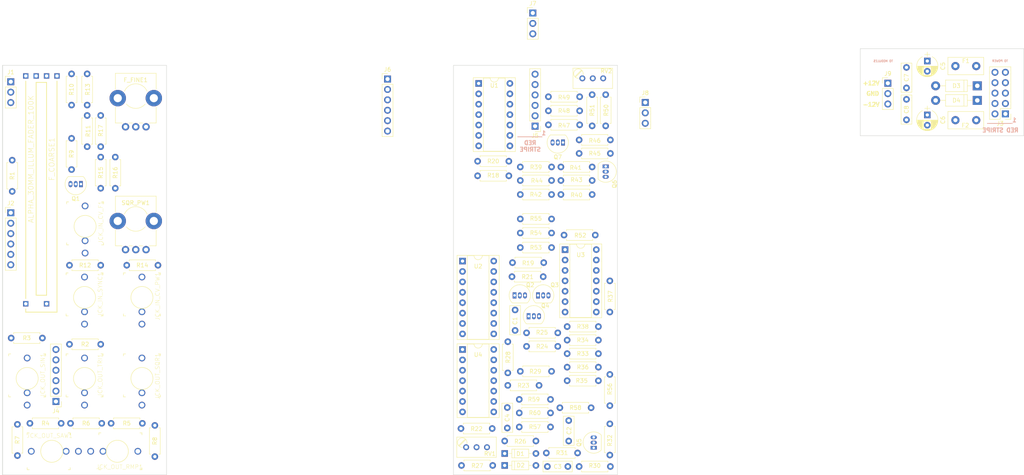
<source format=kicad_pcb>
(kicad_pcb (version 20171130) (host pcbnew "(2018-01-11 revision 6f2beebf2)-makepkg")
  (title_block (title "LFO PCB") (date 2018-01-14) (rev 1) (company "Coriolis Instruments"))
  (layers (0 F.Cu signal) (31 B.Cu signal) (34 B.Paste user) (35 F.Paste user) (36 B.SilkS user) (37 F.SilkS user) (38 B.Mask user) (39 F.Mask user) (44 Edge.Cuts user))
  (net 0 "")
  (net 1 "Net-(C1-Pad2)")
  (net 2 "Net-(C1-Pad1)")
  (net 3 "Net-(C2-Pad2)")
  (net 4 "/LFO back board/TRI")
  (net 5 "/LFO back board/Integrator/SQR_RAW")
  (net 6 "Net-(C3-Pad2)")
  (net 7 "Net-(C4-Pad1)")
  (net 8 "Net-(C4-Pad2)")
  (net 9 "Net-(D1-Pad2)")
  (net 10 "Net-(D2-Pad1)")
  (net 11 "Net-(F_COARSE1-Pad1)")
  (net 12 "Net-(F_COARSE1-Pad2)")
  (net 13 "Net-(F_COARSE1-Pad3)")
  (net 14 "Net-(F_COARSE1-PadB)")
  (net 15 "Net-(F_FINE1-Pad2)")
  (net 16 "/LFO back board/V_CF")
  (net 17 "/LFO back board/V_CV_PW")
  (net 18 "/LFO back board/V_SYNC")
  (net 19 "/LFO back board/LED_RATE")
  (net 20 "/LFO back board/SIN")
  (net 21 "/LFO back board/SQR")
  (net 22 "/LFO back board/SAW")
  (net 23 "/LFO back board/RMP")
  (net 24 "Net-(JCK_IN_CV_F1-PadP$1_TIP)")
  (net 25 "Net-(JCK_IN_CV_PW1-PadP$1_TIP)")
  (net 26 "Net-(JCK_IN_SYNC1-PadP$1_TIP)")
  (net 27 "Net-(JCK_OUT_RMP1-PadP$1_TIP)")
  (net 28 "Net-(JCK_OUT_SAW1-PadP$1_TIP)")
  (net 29 "Net-(JCK_OUT_SIN1-PadP$1_TIP)")
  (net 30 "Net-(JCK_OUT_SQR1-PadP$1_TIP)")
  (net 31 "Net-(JCK_OUT_TRI1-PadP$1_TIP)")
  (net 32 "Net-(Q1-Pad1)")
  (net 33 "Net-(Q1-Pad2)")
  (net 34 "Net-(Q5-Pad3)")
  (net 35 "Net-(Q6-Pad1)")
  (net 36 "Net-(Q6-Pad3)")
  (net 37 "Net-(Q6-Pad2)")
  (net 38 "Net-(Q7-Pad3)")
  (net 39 "Net-(Q7-Pad1)")
  (net 40 "Net-(R11-Pad1)")
  (net 41 "Net-(R12-Pad1)")
  (net 42 "Net-(R14-Pad1)")
  (net 43 "/LFO back board/Integrator/BIAS_INPUT")
  (net 44 "Net-(R22-Pad2)")
  (net 45 "Net-(R24-Pad2)")
  (net 46 "Net-(R26-Pad2)")
  (net 47 "Net-(R27-Pad2)")
  (net 48 "Net-(R28-Pad2)")
  (net 49 "Net-(R29-Pad1)")
  (net 50 "Net-(R32-Pad1)")
  (net 51 "Net-(R34-Pad2)")
  (net 52 "Net-(R35-Pad1)")
  (net 53 "Net-(R37-Pad2)")
  (net 54 "Net-(R39-Pad1)")
  (net 55 "Net-(R40-Pad1)")
  (net 56 "Net-(R45-Pad1)")
  (net 57 "Net-(R46-Pad1)")
  (net 58 "Net-(R49-Pad1)")
  (net 59 "Net-(R50-Pad1)")
  (net 60 "Net-(R52-Pad1)")
  (net 61 "Net-(R54-Pad1)")
  (net 62 "Net-(R59-Pad1)")
  (net 63 "Net-(Q2-Pad3)")
  (net 64 "Net-(Q3-Pad1)")
  (net 65 "Net-(Q4-Pad1)")
  (net 66 +12V)
  (net 67 "/LFO front board/GND_FB")
  (net 68 "/LFO front board/+12V_FB")
  (net 69 "/LFO front board/-12V_FB")
  (net 70 "/LFO front board/RMP_FB")
  (net 71 "/LFO front board/SAW_FB")
  (net 72 "/LFO front board/TRI_FB")
  (net 73 "/LFO front board/SQR_FB")
  (net 74 "/LFO front board/SIN_FB")
  (net 75 "/LFO front board/LED_RATE_FB")
  (net 76 "/LFO front board/V_SYNC_FB")
  (net 77 "/LFO front board/V_CV_PW_FB")
  (net 78 "/LFO front board/V_CV_F_FB")
  (net 79 "/LFO front board/V_PW_FB")
  (net 80 "/LFO front board/V_FF_FB")
  (net 81 "/LFO front board/V_CF_FB")
  (net 82 "Net-(D3-Pad1)")
  (net 83 "Net-(D4-Pad2)")
  (net 84 "Net-(C5-Pad2)")
  (net 85 "Net-(C5-Pad1)")
  (net 86 "Net-(C6-Pad2)")
  (net 87 "/LFO back board/-12V")
  (net 88 "/LFO back board/GND")
  (net 89 "Net-(JCK_IN_CV_F1-PadP$2_SWITCH)")
  (net 90 "Net-(JCK_IN_CV_PW1-PadP$2_SWITCH)")
  (net 91 "Net-(JCK_IN_SYNC1-PadP$2_SWITCH)")
  (net 92 "Net-(JCK_OUT_RMP1-PadP$2_SWITCH)")
  (net 93 "Net-(JCK_OUT_SAW1-PadP$2_SWITCH)")
  (net 94 "Net-(JCK_OUT_SIN1-PadP$2_SWITCH)")
  (net 95 "Net-(JCK_OUT_SQR1-PadP$2_SWITCH)")
  (net 96 "Net-(JCK_OUT_TRI1-PadP$2_SWITCH)")
  (module Coriolis-KiCad:ALPHA_ILL_FADER_45MM (layer F.Cu) (at 29.464 72.898 270)
    (fp_text reference F_COARSE1 (at 0 -2.54 270) (layer F.SilkS) (effects (font (size 1.27 1.27) (thickness 0.1016))))
    (fp_text value ALPHA_30MM_ILLUM_FADER_100K (at 0 2.54 270) (layer F.SilkS) (effects (font (size 1.27 1.27) (thickness 0.1016))))
    (pad L thru_hole rect (at -20.32 1.27 270) (size 1.30556 1.30556) (drill 0.79756) (layers *.Cu *.Paste *.Mask))
    (pad E thru_hole rect (at -20.32 3.81 270) (size 1.30556 1.30556) (drill 0.79756) (layers *.Cu *.Paste *.Mask) (net 67 "/LFO front board/GND_FB"))
    (pad B thru_hole rect (at 35.32 3.81 270) (size 1.30556 1.30556) (drill 0.79756) (layers *.Cu *.Paste *.Mask) (net 14 "Net-(F_COARSE1-PadB)"))
    (pad 3 thru_hole rect (at 35.32 -1.27 270) (size 1.30556 1.30556) (drill 0.79756) (layers *.Cu *.Paste *.Mask) (net 13 "Net-(F_COARSE1-Pad3)"))
    (pad 2 thru_hole rect (at -20.32 -3.81 270) (size 1.30556 1.30556) (drill 0.79756) (layers *.Cu *.Paste *.Mask) (net 12 "Net-(F_COARSE1-Pad2)"))
    (pad 1 thru_hole rect (at -20.32 -1.27 270) (size 1.30556 1.30556) (drill 0.79756) (layers *.Cu *.Paste *.Mask) (net 11 "Net-(F_COARSE1-Pad1)"))
  )
  (module Coriolis-KiCad:WQP-PJ301M-12_JACK (layer F.Cu) (at 54 106.68)
    (fp_text reference JCK_IN_CV_PW1 (at 3.81 -0.254 270) (layer F.SilkS) (effects (font (size 1.016 1.016) (thickness 0.0762))))
    (fp_text value THONKICONNNEW hide)
    (pad "" np_thru_hole circle (at 0 0) (size 3 3) (drill 3) (layers *.Cu *.Mask))
    (pad P$1_TIP thru_hole circle (at 0 -4.99872) (size 1.64846 1.64846) (drill 1.09982) (layers *.Cu *.Paste *.Mask) (net 25 "Net-(JCK_IN_CV_PW1-PadP$1_TIP)"))
    (pad P$2_SWITCH thru_hole circle (at 0 3.49758) (size 1.64846 1.64846) (drill 1.09982) (layers *.Cu *.Paste *.Mask) (net 90 "Net-(JCK_IN_CV_PW1-PadP$2_SWITCH)"))
    (pad P$3_SLEEVE thru_hole circle (at 0 6.49986) (size 1.64846 1.64846) (drill 1.09982) (layers *.Cu *.Paste *.Mask) (net 67 "/LFO front board/GND_FB"))
  )
  (module Coriolis-KiCad:WQP-PJ301M-12_JACK (layer F.Cu) (at 40.132 89.32672)
    (fp_text reference JCK_IN_CV_F1 (at 3.81 -1.016 270) (layer F.SilkS) (effects (font (size 1.016 1.016) (thickness 0.0762))))
    (fp_text value THONKICONNNEW hide)
    (pad "" np_thru_hole circle (at -0.132 0) (size 3 3) (drill 3) (layers *.Cu *.Mask))
    (pad P$1_TIP thru_hole circle (at 0 -4.99872) (size 1.64846 1.64846) (drill 1.09982) (layers *.Cu *.Paste *.Mask) (net 24 "Net-(JCK_IN_CV_F1-PadP$1_TIP)"))
    (pad P$2_SWITCH thru_hole circle (at 0 3.49758) (size 1.64846 1.64846) (drill 1.09982) (layers *.Cu *.Paste *.Mask) (net 89 "Net-(JCK_IN_CV_F1-PadP$2_SWITCH)"))
    (pad P$3_SLEEVE thru_hole circle (at 0 6.49986) (size 1.64846 1.64846) (drill 1.09982) (layers *.Cu *.Paste *.Mask) (net 67 "/LFO front board/GND_FB"))
  )
  (module Coriolis-KiCad:WQP-PJ301M-12_JACK (layer F.Cu) (at 40 106.68)
    (fp_text reference JCK_IN_SYNC1 (at 3.81 -0.762 270) (layer F.SilkS) (effects (font (size 1.016 1.016) (thickness 0.0762))))
    (fp_text value THONKICONNNEW hide)
    (pad "" np_thru_hole circle (at 0 0) (size 3 3) (drill 3) (layers *.Cu *.Mask))
    (pad P$1_TIP thru_hole circle (at 0 -4.99872) (size 1.64846 1.64846) (drill 1.09982) (layers *.Cu *.Paste *.Mask) (net 26 "Net-(JCK_IN_SYNC1-PadP$1_TIP)"))
    (pad P$2_SWITCH thru_hole circle (at 0 3.49758) (size 1.64846 1.64846) (drill 1.09982) (layers *.Cu *.Paste *.Mask) (net 91 "Net-(JCK_IN_SYNC1-PadP$2_SWITCH)"))
    (pad P$3_SLEEVE thru_hole circle (at 0 6.49986) (size 1.64846 1.64846) (drill 1.09982) (layers *.Cu *.Paste *.Mask) (net 67 "/LFO front board/GND_FB"))
  )
  (module Coriolis-KiCad:WQP-PJ301M-12_JACK (layer F.Cu) (at 48 144.24 270)
    (fp_text reference JCK_OUT_RMP1 (at 3.81 -0.508 180) (layer F.SilkS) (effects (font (size 1.016 1.016) (thickness 0.0762))))
    (fp_text value THONKICONNNEW hide)
    (pad "" np_thru_hole circle (at 0 0 270) (size 3 3) (drill 3) (layers *.Cu *.Mask))
    (pad P$1_TIP thru_hole circle (at 0 -4.99872 270) (size 1.64846 1.64846) (drill 1.09982) (layers *.Cu *.Paste *.Mask) (net 27 "Net-(JCK_OUT_RMP1-PadP$1_TIP)"))
    (pad P$2_SWITCH thru_hole circle (at 0 3.49758 270) (size 1.64846 1.64846) (drill 1.09982) (layers *.Cu *.Paste *.Mask) (net 92 "Net-(JCK_OUT_RMP1-PadP$2_SWITCH)"))
    (pad P$3_SLEEVE thru_hole circle (at 0 6.49986 270) (size 1.64846 1.64846) (drill 1.09982) (layers *.Cu *.Paste *.Mask) (net 67 "/LFO front board/GND_FB"))
  )
  (module Coriolis-KiCad:WQP-PJ301M-12_JACK (layer F.Cu) (at 32 144.24 90)
    (fp_text reference JCK_OUT_SAW1 (at 3.81 -0.508) (layer F.SilkS) (effects (font (size 1.016 1.016) (thickness 0.0762))))
    (fp_text value THONKICONNNEW hide)
    (pad "" np_thru_hole circle (at 0 0 90) (size 3 3) (drill 3) (layers *.Cu *.Mask))
    (pad P$1_TIP thru_hole circle (at 0 -4.99872 90) (size 1.64846 1.64846) (drill 1.09982) (layers *.Cu *.Paste *.Mask) (net 28 "Net-(JCK_OUT_SAW1-PadP$1_TIP)"))
    (pad P$2_SWITCH thru_hole circle (at 0 3.49758 90) (size 1.64846 1.64846) (drill 1.09982) (layers *.Cu *.Paste *.Mask) (net 93 "Net-(JCK_OUT_SAW1-PadP$2_SWITCH)"))
    (pad P$3_SLEEVE thru_hole circle (at 0 6.49986 90) (size 1.64846 1.64846) (drill 1.09982) (layers *.Cu *.Paste *.Mask) (net 67 "/LFO front board/GND_FB"))
  )
  (module Coriolis-KiCad:WQP-PJ301M-12_JACK (layer F.Cu) (at 26 126.46)
    (fp_text reference JCK_OUT_SIN1 (at 3.81 -0.762 270) (layer F.SilkS) (effects (font (size 1.016 1.016) (thickness 0.0762))))
    (fp_text value THONKICONNNEW hide)
    (pad "" np_thru_hole circle (at 0 0) (size 3 3) (drill 3) (layers *.Cu *.Mask))
    (pad P$1_TIP thru_hole circle (at 0 -4.99872) (size 1.64846 1.64846) (drill 1.09982) (layers *.Cu *.Paste *.Mask) (net 29 "Net-(JCK_OUT_SIN1-PadP$1_TIP)"))
    (pad P$2_SWITCH thru_hole circle (at 0 3.49758) (size 1.64846 1.64846) (drill 1.09982) (layers *.Cu *.Paste *.Mask) (net 94 "Net-(JCK_OUT_SIN1-PadP$2_SWITCH)"))
    (pad P$3_SLEEVE thru_hole circle (at 0 6.49986) (size 1.64846 1.64846) (drill 1.09982) (layers *.Cu *.Paste *.Mask) (net 67 "/LFO front board/GND_FB"))
  )
  (module Coriolis-KiCad:WQP-PJ301M-12_JACK (layer F.Cu) (at 54 126.46)
    (fp_text reference JCK_OUT_SQR1 (at 3.81 -0.508 270) (layer F.SilkS) (effects (font (size 1.016 1.016) (thickness 0.0762))))
    (fp_text value THONKICONNNEW hide)
    (pad "" np_thru_hole circle (at 0 0) (size 3 3) (drill 3) (layers *.Cu *.Mask))
    (pad P$1_TIP thru_hole circle (at 0 -4.99872) (size 1.64846 1.64846) (drill 1.09982) (layers *.Cu *.Paste *.Mask) (net 30 "Net-(JCK_OUT_SQR1-PadP$1_TIP)"))
    (pad P$2_SWITCH thru_hole circle (at 0 3.49758) (size 1.64846 1.64846) (drill 1.09982) (layers *.Cu *.Paste *.Mask) (net 95 "Net-(JCK_OUT_SQR1-PadP$2_SWITCH)"))
    (pad P$3_SLEEVE thru_hole circle (at 0 6.49986) (size 1.64846 1.64846) (drill 1.09982) (layers *.Cu *.Paste *.Mask) (net 67 "/LFO front board/GND_FB"))
  )
  (module Coriolis-KiCad:WQP-PJ301M-12_JACK (layer F.Cu) (at 40 126.46)
    (fp_text reference JCK_OUT_TRI1 (at 3.81 -0.762 270) (layer F.SilkS) (effects (font (size 1.016 1.016) (thickness 0.0762))))
    (fp_text value THONKICONNNEW hide)
    (pad "" np_thru_hole circle (at 0 0) (size 3 3) (drill 3) (layers *.Cu *.Mask))
    (pad P$1_TIP thru_hole circle (at 0 -4.99872) (size 1.64846 1.64846) (drill 1.09982) (layers *.Cu *.Paste *.Mask) (net 31 "Net-(JCK_OUT_TRI1-PadP$1_TIP)"))
    (pad P$2_SWITCH thru_hole circle (at 0 3.49758) (size 1.64846 1.64846) (drill 1.09982) (layers *.Cu *.Paste *.Mask) (net 96 "Net-(JCK_OUT_TRI1-PadP$2_SWITCH)"))
    (pad P$3_SLEEVE thru_hole circle (at 0 6.49986) (size 1.64846 1.64846) (drill 1.09982) (layers *.Cu *.Paste *.Mask) (net 67 "/LFO front board/GND_FB"))
  )
  (module Resistors_THT:R_Axial_DIN0207_L6.3mm_D2.5mm_P7.62mm_Horizontal (layer F.Cu) (at 36.83 52.07 270)
    (fp_text reference R10 (at 3.81 0 270) (layer F.SilkS))
    (fp_text value 27K)
    (pad 1 thru_hole circle (at 0 0 270) (size 1.6 1.6) (drill 0.8) (layers *.Cu *.Mask) (net 11 "Net-(F_COARSE1-Pad1)"))
    (pad 2 thru_hole oval (at 7.62 0 270) (size 1.6 1.6) (drill 0.8) (layers *.Cu *.Mask) (net 69 "/LFO front board/-12V_FB"))
  )
  (module Potentiometers:Potentiometer_Alps_RK09K_Horizontal (layer F.Cu) (at 55 65 90)
    (fp_text reference F_FINE1 (at 11.43 -2.54 180) (layer F.SilkS))
    (fp_text value 100K)
    (pad 0 np_thru_hole circle (at 7 1.9 90) (size 4 4) (drill 2) (layers *.Cu *.Mask))
    (pad 0 np_thru_hole circle (at 7 -6.9 90) (size 4 4) (drill 2) (layers *.Cu *.Mask))
    (pad 1 thru_hole circle (at 0 0 90) (size 1.8 1.8) (drill 1) (layers *.Cu *.Mask) (net 68 "/LFO front board/+12V_FB"))
    (pad 2 thru_hole circle (at 0 -2.5 90) (size 1.8 1.8) (drill 1) (layers *.Cu *.Mask) (net 15 "Net-(F_FINE1-Pad2)"))
    (pad 3 thru_hole circle (at 0 -5 90) (size 1.8 1.8) (drill 1) (layers *.Cu *.Mask) (net 69 "/LFO front board/-12V_FB"))
  )
  (module TO_SOT_Packages_THT:TO-92_Inline_Narrow_Oval (layer F.Cu) (at 39.116 78.994 180)
    (fp_text reference Q1 (at 1.27 -3.56 180) (layer F.SilkS))
    (fp_text value BC547)
    (pad 1 thru_hole rect (at 0 0) (size 0.9 1.5) (drill 0.6) (layers *.Cu *.Mask) (net 32 "Net-(Q1-Pad1)"))
    (pad 3 thru_hole oval (at 2.54 0) (size 0.9 1.5) (drill 0.6) (layers *.Cu *.Mask) (net 14 "Net-(F_COARSE1-PadB)"))
    (pad 2 thru_hole oval (at 1.27 0) (size 0.9 1.5) (drill 0.6) (layers *.Cu *.Mask) (net 33 "Net-(Q1-Pad2)"))
  )
  (module Resistors_THT:R_Axial_DIN0207_L6.3mm_D2.5mm_P7.62mm_Horizontal (layer F.Cu) (at 22.352 80.772 90)
    (fp_text reference R1 (at 3.81 0 90) (layer F.SilkS))
    (fp_text value 100K)
    (pad 1 thru_hole circle (at 0 0 90) (size 1.6 1.6) (drill 0.8) (layers *.Cu *.Mask) (net 78 "/LFO front board/V_CV_F_FB"))
    (pad 2 thru_hole oval (at 7.62 0 90) (size 1.6 1.6) (drill 0.8) (layers *.Cu *.Mask) (net 24 "Net-(JCK_IN_CV_F1-PadP$1_TIP)"))
  )
  (module Resistors_THT:R_Axial_DIN0207_L6.3mm_D2.5mm_P7.62mm_Horizontal (layer F.Cu) (at 36.322 118.11)
    (fp_text reference R2 (at 3.81 0) (layer F.SilkS))
    (fp_text value 10K)
    (pad 2 thru_hole oval (at 7.62 0) (size 1.6 1.6) (drill 0.8) (layers *.Cu *.Mask) (net 25 "Net-(JCK_IN_CV_PW1-PadP$1_TIP)"))
    (pad 1 thru_hole circle (at 0 0) (size 1.6 1.6) (drill 0.8) (layers *.Cu *.Mask) (net 77 "/LFO front board/V_CV_PW_FB"))
  )
  (module Resistors_THT:R_Axial_DIN0207_L6.3mm_D2.5mm_P7.62mm_Horizontal (layer F.Cu) (at 22.098 116.586)
    (fp_text reference R3 (at 3.81 0) (layer F.SilkS))
    (fp_text value 100K)
    (pad 1 thru_hole circle (at 0 0) (size 1.6 1.6) (drill 0.8) (layers *.Cu *.Mask) (net 76 "/LFO front board/V_SYNC_FB"))
    (pad 2 thru_hole oval (at 7.62 0) (size 1.6 1.6) (drill 0.8) (layers *.Cu *.Mask) (net 26 "Net-(JCK_IN_SYNC1-PadP$1_TIP)"))
  )
  (module Resistors_THT:R_Axial_DIN0207_L6.3mm_D2.5mm_P7.62mm_Horizontal (layer F.Cu) (at 34.29 137.414 180)
    (fp_text reference R4 (at 3.81 0 180) (layer F.SilkS))
    (fp_text value 1K)
    (pad 1 thru_hole circle (at 0 0 180) (size 1.6 1.6) (drill 0.8) (layers *.Cu *.Mask) (net 74 "/LFO front board/SIN_FB"))
    (pad 2 thru_hole oval (at 7.62 0 180) (size 1.6 1.6) (drill 0.8) (layers *.Cu *.Mask) (net 29 "Net-(JCK_OUT_SIN1-PadP$1_TIP)"))
  )
  (module Resistors_THT:R_Axial_DIN0207_L6.3mm_D2.5mm_P7.62mm_Horizontal (layer F.Cu) (at 46.482 137.414)
    (fp_text reference R5 (at 3.81 0) (layer F.SilkS))
    (fp_text value 1K)
    (pad 1 thru_hole circle (at 0 0) (size 1.6 1.6) (drill 0.8) (layers *.Cu *.Mask) (net 73 "/LFO front board/SQR_FB"))
    (pad 2 thru_hole oval (at 7.62 0) (size 1.6 1.6) (drill 0.8) (layers *.Cu *.Mask) (net 30 "Net-(JCK_OUT_SQR1-PadP$1_TIP)"))
  )
  (module Resistors_THT:R_Axial_DIN0207_L6.3mm_D2.5mm_P7.62mm_Horizontal (layer F.Cu) (at 36.576 137.414)
    (fp_text reference R6 (at 3.81 0) (layer F.SilkS))
    (fp_text value 1K)
    (pad 1 thru_hole circle (at 0 0) (size 1.6 1.6) (drill 0.8) (layers *.Cu *.Mask) (net 72 "/LFO front board/TRI_FB"))
    (pad 2 thru_hole oval (at 7.62 0) (size 1.6 1.6) (drill 0.8) (layers *.Cu *.Mask) (net 31 "Net-(JCK_OUT_TRI1-PadP$1_TIP)"))
  )
  (module Resistors_THT:R_Axial_DIN0207_L6.3mm_D2.5mm_P7.62mm_Horizontal (layer F.Cu) (at 23.622 137.668 270)
    (fp_text reference R7 (at 3.81 0 270) (layer F.SilkS))
    (fp_text value 1K)
    (pad 2 thru_hole oval (at 7.62 0 270) (size 1.6 1.6) (drill 0.8) (layers *.Cu *.Mask) (net 28 "Net-(JCK_OUT_SAW1-PadP$1_TIP)"))
    (pad 1 thru_hole circle (at 0 0 270) (size 1.6 1.6) (drill 0.8) (layers *.Cu *.Mask) (net 71 "/LFO front board/SAW_FB"))
  )
  (module Resistors_THT:R_Axial_DIN0207_L6.3mm_D2.5mm_P7.62mm_Horizontal (layer F.Cu) (at 57.15 137.922 270)
    (fp_text reference R8 (at 3.81 0 270) (layer F.SilkS))
    (fp_text value 1K)
    (pad 1 thru_hole circle (at 0 0 270) (size 1.6 1.6) (drill 0.8) (layers *.Cu *.Mask) (net 70 "/LFO front board/RMP_FB"))
    (pad 2 thru_hole oval (at 7.62 0 270) (size 1.6 1.6) (drill 0.8) (layers *.Cu *.Mask) (net 27 "Net-(JCK_OUT_RMP1-PadP$1_TIP)"))
  )
  (module Resistors_THT:R_Axial_DIN0207_L6.3mm_D2.5mm_P7.62mm_Horizontal (layer F.Cu) (at 36.83 67.818 270)
    (fp_text reference R9 (at 3.81 0 270) (layer F.SilkS))
    (fp_text value 27K)
    (pad 2 thru_hole oval (at 7.62 0 270) (size 1.6 1.6) (drill 0.8) (layers *.Cu *.Mask) (net 13 "Net-(F_COARSE1-Pad3)"))
    (pad 1 thru_hole circle (at 0 0 270) (size 1.6 1.6) (drill 0.8) (layers *.Cu *.Mask) (net 68 "/LFO front board/+12V_FB"))
  )
  (module Resistors_THT:R_Axial_DIN0207_L6.3mm_D2.5mm_P7.62mm_Horizontal (layer F.Cu) (at 40.64 69.85 90)
    (fp_text reference R11 (at 3.81 0.2225 90) (layer F.SilkS))
    (fp_text value 100K)
    (pad 2 thru_hole oval (at 7.62 0 90) (size 1.6 1.6) (drill 0.8) (layers *.Cu *.Mask) (net 68 "/LFO front board/+12V_FB"))
    (pad 1 thru_hole circle (at 0 0 90) (size 1.6 1.6) (drill 0.8) (layers *.Cu *.Mask) (net 40 "Net-(R11-Pad1)"))
  )
  (module Resistors_THT:R_Axial_DIN0207_L6.3mm_D2.5mm_P7.62mm_Horizontal (layer F.Cu) (at 43.942 98.806 180)
    (fp_text reference R12 (at 3.81 0 180) (layer F.SilkS))
    (fp_text value 100K)
    (pad 1 thru_hole circle (at 0 0 180) (size 1.6 1.6) (drill 0.8) (layers *.Cu *.Mask) (net 41 "Net-(R12-Pad1)"))
    (pad 2 thru_hole oval (at 7.62 0 180) (size 1.6 1.6) (drill 0.8) (layers *.Cu *.Mask) (net 69 "/LFO front board/-12V_FB"))
  )
  (module Resistors_THT:R_Axial_DIN0207_L6.3mm_D2.5mm_P7.62mm_Horizontal (layer F.Cu) (at 40.64 59.69 90)
    (fp_text reference R13 (at 3.81 0.127 90) (layer F.SilkS))
    (fp_text value 100K)
    (pad 2 thru_hole oval (at 7.62 0 90) (size 1.6 1.6) (drill 0.8) (layers *.Cu *.Mask) (net 12 "Net-(F_COARSE1-Pad2)"))
    (pad 1 thru_hole circle (at 0 0 90) (size 1.6 1.6) (drill 0.8) (layers *.Cu *.Mask) (net 81 "/LFO front board/V_CF_FB"))
  )
  (module Resistors_THT:R_Axial_DIN0207_L6.3mm_D2.5mm_P7.62mm_Horizontal (layer F.Cu) (at 57.912 98.806 180)
    (fp_text reference R14 (at 3.81 0 180) (layer F.SilkS))
    (fp_text value 10K)
    (pad 2 thru_hole oval (at 7.62 0 180) (size 1.6 1.6) (drill 0.8) (layers *.Cu *.Mask) (net 79 "/LFO front board/V_PW_FB"))
    (pad 1 thru_hole circle (at 0 0 180) (size 1.6 1.6) (drill 0.8) (layers *.Cu *.Mask) (net 42 "Net-(R14-Pad1)"))
  )
  (module Resistors_THT:R_Axial_DIN0207_L6.3mm_D2.5mm_P7.62mm_Horizontal (layer F.Cu) (at 43.942 80.01 90)
    (fp_text reference R15 (at 3.81 0 90) (layer F.SilkS))
    (fp_text value 2K)
    (pad 1 thru_hole circle (at 0 0 90) (size 1.6 1.6) (drill 0.8) (layers *.Cu *.Mask) (net 32 "Net-(Q1-Pad1)"))
    (pad 2 thru_hole oval (at 7.62 0 90) (size 1.6 1.6) (drill 0.8) (layers *.Cu *.Mask) (net 68 "/LFO front board/+12V_FB"))
  )
  (module Resistors_THT:R_Axial_DIN0207_L6.3mm_D2.5mm_P7.62mm_Horizontal (layer F.Cu) (at 47.498 72.39 270)
    (fp_text reference R16 (at 3.81 0 270) (layer F.SilkS))
    (fp_text value 100K)
    (pad 2 thru_hole oval (at 7.62 0 270) (size 1.6 1.6) (drill 0.8) (layers *.Cu *.Mask) (net 75 "/LFO front board/LED_RATE_FB"))
    (pad 1 thru_hole circle (at 0 0 270) (size 1.6 1.6) (drill 0.8) (layers *.Cu *.Mask) (net 33 "Net-(Q1-Pad2)"))
  )
  (module Resistors_THT:R_Axial_DIN0207_L6.3mm_D2.5mm_P7.62mm_Horizontal (layer F.Cu) (at 43.942 69.85 90)
    (fp_text reference R17 (at 3.904999 0 90) (layer F.SilkS))
    (fp_text value 3M)
    (pad 1 thru_hole circle (at 0 0 90) (size 1.6 1.6) (drill 0.8) (layers *.Cu *.Mask) (net 80 "/LFO front board/V_FF_FB"))
    (pad 2 thru_hole oval (at 7.62 0 90) (size 1.6 1.6) (drill 0.8) (layers *.Cu *.Mask) (net 15 "Net-(F_FINE1-Pad2)"))
  )
  (module Potentiometers:Potentiometer_Alps_RK09K_Horizontal (layer F.Cu) (at 55 95 90)
    (fp_text reference SQR_PW1 (at 11.43 -2.54 180) (layer F.SilkS))
    (fp_text value 100K)
    (pad 3 thru_hole circle (at 0 -5 90) (size 1.8 1.8) (drill 1) (layers *.Cu *.Mask) (net 41 "Net-(R12-Pad1)"))
    (pad 2 thru_hole circle (at 0 -2.5 90) (size 1.8 1.8) (drill 1) (layers *.Cu *.Mask) (net 42 "Net-(R14-Pad1)"))
    (pad 1 thru_hole circle (at 0 0 90) (size 1.8 1.8) (drill 1) (layers *.Cu *.Mask) (net 40 "Net-(R11-Pad1)"))
    (pad 0 np_thru_hole circle (at 7 -6.9 90) (size 4 4) (drill 2) (layers *.Cu *.Mask))
    (pad 0 np_thru_hole circle (at 7 1.9 90) (size 4 4) (drill 2) (layers *.Cu *.Mask))
  )
  (module Capacitors_THT:C_Rect_L7.0mm_W2.5mm_P5.00mm (layer F.Cu) (at 145.034 114.728 90)
    (fp_text reference C1 (at 2.340999 -0.0155 90) (layer F.SilkS))
    (fp_text value 100pF)
    (pad 1 thru_hole circle (at 0 0 90) (size 1.6 1.6) (drill 0.8) (layers *.Cu *.Mask) (net 2 "Net-(C1-Pad1)"))
    (pad 2 thru_hole circle (at 5 0 90) (size 1.6 1.6) (drill 0.8) (layers *.Cu *.Mask) (net 1 "Net-(C1-Pad2)"))
  )
  (module Capacitors_THT:C_Rect_L7.0mm_W2.5mm_P5.00mm (layer F.Cu) (at 158.115 141.732 90)
    (fp_text reference C2 (at 2.5 0.0945 90) (layer F.SilkS))
    (fp_text value 0.02uF)
    (pad 2 thru_hole circle (at 5 0 90) (size 1.6 1.6) (drill 0.8) (layers *.Cu *.Mask) (net 3 "Net-(C2-Pad2)"))
    (pad 1 thru_hole circle (at 0 0 90) (size 1.6 1.6) (drill 0.8) (layers *.Cu *.Mask) (net 4 "/LFO back board/TRI"))
  )
  (module Capacitors_THT:C_Rect_L7.0mm_W2.5mm_P5.00mm (layer F.Cu) (at 152.908 147.955)
    (fp_text reference C3 (at 2.5 0.0205) (layer F.SilkS))
    (fp_text value 10pF)
    (pad 2 thru_hole circle (at 5 0) (size 1.6 1.6) (drill 0.8) (layers *.Cu *.Mask) (net 6 "Net-(C3-Pad2)"))
    (pad 1 thru_hole circle (at 0 0) (size 1.6 1.6) (drill 0.8) (layers *.Cu *.Mask) (net 5 "/LFO back board/Integrator/SQR_RAW"))
  )
  (module Capacitors_THT:C_Rect_L7.0mm_W2.5mm_P5.00mm (layer F.Cu) (at 143.129 138.557 90)
    (fp_text reference C4 (at 2.5 0 90) (layer F.SilkS))
    (fp_text value 10pF)
    (pad 1 thru_hole circle (at 0 0 90) (size 1.6 1.6) (drill 0.8) (layers *.Cu *.Mask) (net 7 "Net-(C4-Pad1)"))
    (pad 2 thru_hole circle (at 5 0 90) (size 1.6 1.6) (drill 0.8) (layers *.Cu *.Mask) (net 8 "Net-(C4-Pad2)"))
  )
  (module Capacitors_THT:CP_Radial_D5.0mm_P2.50mm (layer F.Cu) (at 245.5926 48.935 270)
    (fp_text reference C5 (at 1.25 -3.81 270) (layer F.SilkS))
    (fp_text value 10uF)
    (pad 2 thru_hole circle (at 2.5 0 270) (size 1.6 1.6) (drill 0.8) (layers *.Cu *.Mask) (net 84 "Net-(C5-Pad2)"))
    (pad 1 thru_hole rect (at 0 0 270) (size 1.6 1.6) (drill 0.8) (layers *.Cu *.Mask) (net 85 "Net-(C5-Pad1)"))
  )
  (module Capacitors_THT:CP_Radial_D5.0mm_P2.50mm (layer F.Cu) (at 245.5926 62.103 270)
    (fp_text reference C6 (at 1.25 -3.81 270) (layer F.SilkS))
    (fp_text value 10uF)
    (pad 1 thru_hole rect (at 0 0 270) (size 1.6 1.6) (drill 0.8) (layers *.Cu *.Mask) (net 84 "Net-(C5-Pad2)"))
    (pad 2 thru_hole circle (at 2.5 0 270) (size 1.6 1.6) (drill 0.8) (layers *.Cu *.Mask) (net 86 "Net-(C6-Pad2)"))
  )
  (module Capacitors_THT:C_Rect_L7.0mm_W2.5mm_P5.00mm (layer F.Cu) (at 240.5126 50.499 270)
    (fp_text reference C7 (at 2.5 0 270) (layer F.SilkS))
    (fp_text value 100nF)
    (pad 2 thru_hole circle (at 5 0 270) (size 1.6 1.6) (drill 0.8) (layers *.Cu *.Mask) (net 84 "Net-(C5-Pad2)"))
    (pad 1 thru_hole circle (at 0 0 270) (size 1.6 1.6) (drill 0.8) (layers *.Cu *.Mask) (net 85 "Net-(C5-Pad1)"))
  )
  (module Capacitors_THT:C_Rect_L7.0mm_W2.5mm_P5.00mm (layer F.Cu) (at 240.5126 58.293 270)
    (fp_text reference C8 (at 2.5 0 270) (layer F.SilkS))
    (fp_text value 100nF)
    (pad 1 thru_hole circle (at 0 0 270) (size 1.6 1.6) (drill 0.8) (layers *.Cu *.Mask) (net 84 "Net-(C5-Pad2)"))
    (pad 2 thru_hole circle (at 5 0 270) (size 1.6 1.6) (drill 0.8) (layers *.Cu *.Mask) (net 86 "Net-(C6-Pad2)"))
  )
  (module Diodes_THT:D_DO-35_SOD27_P7.62mm_Horizontal (layer F.Cu) (at 142.494 144.78)
    (fp_text reference D1 (at 3.81 0.0865) (layer F.SilkS))
    (fp_text value 1N4148)
    (pad 2 thru_hole oval (at 7.62 0) (size 1.6 1.6) (drill 0.8) (layers *.Cu *.Mask) (net 9 "Net-(D1-Pad2)"))
    (pad 1 thru_hole rect (at 0 0) (size 1.6 1.6) (drill 0.8) (layers *.Cu *.Mask) (net 5 "/LFO back board/Integrator/SQR_RAW"))
  )
  (module Diodes_THT:D_DO-35_SOD27_P7.62mm_Horizontal (layer F.Cu) (at 142.494 147.701)
    (fp_text reference D2 (at 3.884999 -0.0355) (layer F.SilkS))
    (fp_text value 1N4148)
    (pad 1 thru_hole rect (at 0 0) (size 1.6 1.6) (drill 0.8) (layers *.Cu *.Mask) (net 10 "Net-(D2-Pad1)"))
    (pad 2 thru_hole oval (at 7.62 0) (size 1.6 1.6) (drill 0.8) (layers *.Cu *.Mask) (net 5 "/LFO back board/Integrator/SQR_RAW"))
  )
  (module Fuse_Holders_and_Fuses:Fuse_TE5_Littlefuse-395Series (layer F.Cu) (at 252.4506 50.165)
    (fp_text reference F1 (at 2.54 -1.26) (layer F.SilkS))
    (fp_text value Polyfuse)
    (pad 2 thru_hole circle (at 5.08 0.01) (size 2 2) (drill 1) (layers *.Cu *.Mask) (net 82 "Net-(D3-Pad1)"))
    (pad 1 thru_hole circle (at 0 0) (size 2 2) (drill 1) (layers *.Cu *.Mask) (net 85 "Net-(C5-Pad1)"))
  )
  (module Fuse_Holders_and_Fuses:Fuse_TE5_Littlefuse-395Series (layer F.Cu) (at 257.5306 63.383 180)
    (fp_text reference F2 (at 2.65 -1.27 180) (layer F.SilkS))
    (fp_text value Polyfuse)
    (pad 1 thru_hole circle (at 0 0 180) (size 2 2) (drill 1) (layers *.Cu *.Mask) (net 83 "Net-(D4-Pad2)"))
    (pad 2 thru_hole circle (at 5.08 0.01 180) (size 2 2) (drill 1) (layers *.Cu *.Mask) (net 86 "Net-(C6-Pad2)"))
  )
  (module Pin_Headers:Pin_Header_Straight_2x05_Pitch2.54mm (layer F.Cu) (at 264.6426 61.849 180)
    (fp_text reference J3 (at 1.27 -2.33 180) (layer F.SilkS))
    (fp_text value Conn_02x05_Odd_Even)
    (pad 10 thru_hole oval (at 2.54 10.16 180) (size 1.7 1.7) (drill 1) (layers *.Cu *.Mask) (net 82 "Net-(D3-Pad1)"))
    (pad 9 thru_hole oval (at 0 10.16 180) (size 1.7 1.7) (drill 1) (layers *.Cu *.Mask) (net 82 "Net-(D3-Pad1)"))
    (pad 8 thru_hole oval (at 2.54 7.62 180) (size 1.7 1.7) (drill 1) (layers *.Cu *.Mask) (net 84 "Net-(C5-Pad2)"))
    (pad 7 thru_hole oval (at 0 7.62 180) (size 1.7 1.7) (drill 1) (layers *.Cu *.Mask) (net 84 "Net-(C5-Pad2)"))
    (pad 6 thru_hole oval (at 2.54 5.08 180) (size 1.7 1.7) (drill 1) (layers *.Cu *.Mask) (net 84 "Net-(C5-Pad2)"))
    (pad 5 thru_hole oval (at 0 5.08 180) (size 1.7 1.7) (drill 1) (layers *.Cu *.Mask) (net 84 "Net-(C5-Pad2)"))
    (pad 4 thru_hole oval (at 2.54 2.54 180) (size 1.7 1.7) (drill 1) (layers *.Cu *.Mask) (net 84 "Net-(C5-Pad2)"))
    (pad 3 thru_hole oval (at 0 2.54 180) (size 1.7 1.7) (drill 1) (layers *.Cu *.Mask) (net 84 "Net-(C5-Pad2)"))
    (pad 2 thru_hole oval (at 2.54 0 180) (size 1.7 1.7) (drill 1) (layers *.Cu *.Mask) (net 83 "Net-(D4-Pad2)"))
    (pad 1 thru_hole rect (at 0 0 180) (size 1.7 1.7) (drill 1) (layers *.Cu *.Mask) (net 83 "Net-(D4-Pad2)"))
  )
  (module TO_SOT_Packages_THT:TO-92_Inline_Narrow_Oval (layer F.Cu) (at 144.907 106.172)
    (fp_text reference Q2 (at 3.81 -2.54) (layer F.SilkS))
    (fp_text value BC547)
    (pad 2 thru_hole oval (at 1.27 0 180) (size 0.9 1.5) (drill 0.6) (layers *.Cu *.Mask) (net 1 "Net-(C1-Pad2)"))
    (pad 3 thru_hole oval (at 2.54 0 180) (size 0.9 1.5) (drill 0.6) (layers *.Cu *.Mask) (net 63 "Net-(Q2-Pad3)"))
    (pad 1 thru_hole rect (at 0 0 180) (size 0.9 1.5) (drill 0.6) (layers *.Cu *.Mask) (net 1 "Net-(C1-Pad2)"))
  )
  (module TO_SOT_Packages_THT:TO-92_Inline_Narrow_Oval (layer F.Cu) (at 150.622 106.172)
    (fp_text reference Q3 (at 4.064 -2.54) (layer F.SilkS))
    (fp_text value BC547)
    (pad 2 thru_hole oval (at 1.27 0 180) (size 0.9 1.5) (drill 0.6) (layers *.Cu *.Mask) (net 88 "/LFO back board/GND"))
    (pad 3 thru_hole oval (at 2.54 0 180) (size 0.9 1.5) (drill 0.6) (layers *.Cu *.Mask) (net 63 "Net-(Q2-Pad3)"))
    (pad 1 thru_hole rect (at 0 0 180) (size 0.9 1.5) (drill 0.6) (layers *.Cu *.Mask) (net 64 "Net-(Q3-Pad1)"))
  )
  (module TO_SOT_Packages_THT:TO-92_Inline_Narrow_Oval (layer F.Cu) (at 148.336 111.252)
    (fp_text reference Q4 (at 4.064 -2.54) (layer F.SilkS))
    (fp_text value BC557)
    (pad 1 thru_hole rect (at 0 0 180) (size 0.9 1.5) (drill 0.6) (layers *.Cu *.Mask) (net 65 "Net-(Q4-Pad1)"))
    (pad 3 thru_hole oval (at 2.54 0 180) (size 0.9 1.5) (drill 0.6) (layers *.Cu *.Mask) (net 88 "/LFO back board/GND"))
    (pad 2 thru_hole oval (at 1.27 0 180) (size 0.9 1.5) (drill 0.6) (layers *.Cu *.Mask) (net 64 "Net-(Q3-Pad1)"))
  )
  (module TO_SOT_Packages_THT:TO-92_Inline_Narrow_Oval (layer F.Cu) (at 164.211 143.383 90)
    (fp_text reference Q5 (at 1.27 -3.56 90) (layer F.SilkS))
    (fp_text value MPF102)
    (pad 1 thru_hole rect (at 0 0 270) (size 0.9 1.5) (drill 0.6) (layers *.Cu *.Mask) (net 4 "/LFO back board/TRI"))
    (pad 3 thru_hole oval (at 2.54 0 270) (size 0.9 1.5) (drill 0.6) (layers *.Cu *.Mask) (net 34 "Net-(Q5-Pad3)"))
    (pad 2 thru_hole oval (at 1.27 0 270) (size 0.9 1.5) (drill 0.6) (layers *.Cu *.Mask) (net 3 "Net-(C2-Pad2)"))
  )
  (module TO_SOT_Packages_THT:TO-92_Inline_Narrow_Oval (layer F.Cu) (at 167.132 74.676 270)
    (fp_text reference Q6 (at 4.318 -2.159 270) (layer F.SilkS))
    (fp_text value MPF102)
    (pad 2 thru_hole oval (at 1.27 0 90) (size 0.9 1.5) (drill 0.6) (layers *.Cu *.Mask) (net 37 "Net-(Q6-Pad2)"))
    (pad 3 thru_hole oval (at 2.54 0 90) (size 0.9 1.5) (drill 0.6) (layers *.Cu *.Mask) (net 36 "Net-(Q6-Pad3)"))
    (pad 1 thru_hole rect (at 0 0 90) (size 0.9 1.5) (drill 0.6) (layers *.Cu *.Mask) (net 35 "Net-(Q6-Pad1)"))
  )
  (module TO_SOT_Packages_THT:TO-92_Inline_Narrow_Oval (layer F.Cu) (at 156.718 68.834 180)
    (fp_text reference Q7 (at 1.27 -3.56 180) (layer F.SilkS))
    (fp_text value MPF102)
    (pad 1 thru_hole rect (at 0 0) (size 0.9 1.5) (drill 0.6) (layers *.Cu *.Mask) (net 39 "Net-(Q7-Pad1)"))
    (pad 3 thru_hole oval (at 2.54 0) (size 0.9 1.5) (drill 0.6) (layers *.Cu *.Mask) (net 38 "Net-(Q7-Pad3)"))
    (pad 2 thru_hole oval (at 1.27 0) (size 0.9 1.5) (drill 0.6) (layers *.Cu *.Mask) (net 4 "/LFO back board/TRI"))
  )
  (module Resistors_THT:R_Axial_DIN0207_L6.3mm_D2.5mm_P7.62mm_Horizontal (layer F.Cu) (at 143.51 76.962 180)
    (fp_text reference R18 (at 3.81 0.1125 180) (layer F.SilkS))
    (fp_text value 2K)
    (pad 1 thru_hole circle (at 0 0 180) (size 1.6 1.6) (drill 0.8) (layers *.Cu *.Mask) (net 1 "Net-(C1-Pad2)"))
    (pad 2 thru_hole oval (at 7.62 0 180) (size 1.6 1.6) (drill 0.8) (layers *.Cu *.Mask) (net 16 "/LFO back board/V_CF"))
  )
  (module Resistors_THT:R_Axial_DIN0207_L6.3mm_D2.5mm_P7.62mm_Horizontal (layer F.Cu) (at 144.399 98.171)
    (fp_text reference R19 (at 3.81 0.1125) (layer F.SilkS))
    (fp_text value 10K)
    (pad 2 thru_hole oval (at 7.62 0) (size 1.6 1.6) (drill 0.8) (layers *.Cu *.Mask) (net 2 "Net-(C1-Pad1)"))
    (pad 1 thru_hole circle (at 0 0) (size 1.6 1.6) (drill 0.8) (layers *.Cu *.Mask) (net 63 "Net-(Q2-Pad3)"))
  )
  (module Resistors_THT:R_Axial_DIN0207_L6.3mm_D2.5mm_P7.62mm_Horizontal (layer F.Cu) (at 135.89 73.406)
    (fp_text reference R20 (at 3.81 0) (layer F.SilkS))
    (fp_text value 4.7M)
    (pad 1 thru_hole circle (at 0 0) (size 1.6 1.6) (drill 0.8) (layers *.Cu *.Mask) (net 87 "/LFO back board/-12V"))
    (pad 2 thru_hole oval (at 7.62 0) (size 1.6 1.6) (drill 0.8) (layers *.Cu *.Mask) (net 1 "Net-(C1-Pad2)"))
  )
  (module Resistors_THT:R_Axial_DIN0207_L6.3mm_D2.5mm_P7.62mm_Horizontal (layer F.Cu) (at 144.272 101.6)
    (fp_text reference R21 (at 3.81 0.0465) (layer F.SilkS))
    (fp_text value 10K)
    (pad 2 thru_hole oval (at 7.62 0) (size 1.6 1.6) (drill 0.8) (layers *.Cu *.Mask) (net 65 "Net-(Q4-Pad1)"))
    (pad 1 thru_hole circle (at 0 0) (size 1.6 1.6) (drill 0.8) (layers *.Cu *.Mask) (net 43 "/LFO back board/Integrator/BIAS_INPUT"))
  )
  (module Resistors_THT:R_Axial_DIN0207_L6.3mm_D2.5mm_P7.62mm_Horizontal (layer F.Cu) (at 139.446 138.684 180)
    (fp_text reference R22 (at 3.81 -0.0795 180) (layer F.SilkS))
    (fp_text value 1K)
    (pad 2 thru_hole oval (at 7.62 0 180) (size 1.6 1.6) (drill 0.8) (layers *.Cu *.Mask) (net 44 "Net-(R22-Pad2)"))
    (pad 1 thru_hole circle (at 0 0 180) (size 1.6 1.6) (drill 0.8) (layers *.Cu *.Mask) (net 88 "/LFO back board/GND"))
  )
  (module Resistors_THT:R_Axial_DIN0207_L6.3mm_D2.5mm_P7.62mm_Horizontal (layer F.Cu) (at 143.256 128.143)
    (fp_text reference R23 (at 3.81 0.0345) (layer F.SilkS))
    (fp_text value 100K)
    (pad 2 thru_hole oval (at 7.62 0) (size 1.6 1.6) (drill 0.8) (layers *.Cu *.Mask) (net 18 "/LFO back board/V_SYNC"))
    (pad 1 thru_hole circle (at 0 0) (size 1.6 1.6) (drill 0.8) (layers *.Cu *.Mask) (net 88 "/LFO back board/GND"))
  )
  (module Resistors_THT:R_Axial_DIN0207_L6.3mm_D2.5mm_P7.62mm_Horizontal (layer F.Cu) (at 155.448 118.618 180)
    (fp_text reference R24 (at 3.81 -0.0315 180) (layer F.SilkS))
    (fp_text value 10K)
    (pad 1 thru_hole circle (at 0 0 180) (size 1.6 1.6) (drill 0.8) (layers *.Cu *.Mask) (net 88 "/LFO back board/GND"))
    (pad 2 thru_hole oval (at 7.62 0 180) (size 1.6 1.6) (drill 0.8) (layers *.Cu *.Mask) (net 45 "Net-(R24-Pad2)"))
  )
  (module Resistors_THT:R_Axial_DIN0207_L6.3mm_D2.5mm_P7.62mm_Horizontal (layer F.Cu) (at 147.828 115.316)
    (fp_text reference R25 (at 3.766999 -0.0975) (layer F.SilkS))
    (fp_text value 100K)
    (pad 2 thru_hole oval (at 7.62 0) (size 1.6 1.6) (drill 0.8) (layers *.Cu *.Mask) (net 66 +12V))
    (pad 1 thru_hole circle (at 0 0) (size 1.6 1.6) (drill 0.8) (layers *.Cu *.Mask) (net 45 "Net-(R24-Pad2)"))
  )
  (module Resistors_THT:R_Axial_DIN0207_L6.3mm_D2.5mm_P7.62mm_Horizontal (layer F.Cu) (at 150.114 141.732 180)
    (fp_text reference R26 (at 3.81 -0.0975 180) (layer F.SilkS))
    (fp_text value 100K)
    (pad 2 thru_hole oval (at 7.62 0 180) (size 1.6 1.6) (drill 0.8) (layers *.Cu *.Mask) (net 46 "Net-(R26-Pad2)"))
    (pad 1 thru_hole circle (at 0 0 180) (size 1.6 1.6) (drill 0.8) (layers *.Cu *.Mask) (net 9 "Net-(D1-Pad2)"))
  )
  (module Resistors_THT:R_Axial_DIN0207_L6.3mm_D2.5mm_P7.62mm_Horizontal (layer F.Cu) (at 139.573 147.701 180)
    (fp_text reference R27 (at 3.754999 -0.0715 180) (layer F.SilkS))
    (fp_text value 100K)
    (pad 1 thru_hole circle (at 0 0 180) (size 1.6 1.6) (drill 0.8) (layers *.Cu *.Mask) (net 10 "Net-(D2-Pad1)"))
    (pad 2 thru_hole oval (at 7.62 0 180) (size 1.6 1.6) (drill 0.8) (layers *.Cu *.Mask) (net 47 "Net-(R27-Pad2)"))
  )
  (module Resistors_THT:R_Axial_DIN0207_L6.3mm_D2.5mm_P7.62mm_Horizontal (layer F.Cu) (at 143.256 117.475 270)
    (fp_text reference R28 (at 3.81 -0.0715 270) (layer F.SilkS))
    (fp_text value 39K)
    (pad 2 thru_hole oval (at 7.62 0 270) (size 1.6 1.6) (drill 0.8) (layers *.Cu *.Mask) (net 48 "Net-(R28-Pad2)"))
    (pad 1 thru_hole circle (at 0 0 270) (size 1.6 1.6) (drill 0.8) (layers *.Cu *.Mask) (net 3 "Net-(C2-Pad2)"))
  )
  (module Resistors_THT:R_Axial_DIN0207_L6.3mm_D2.5mm_P7.62mm_Horizontal (layer F.Cu) (at 146.304 124.714)
    (fp_text reference R29 (at 3.670999 0.0345) (layer F.SilkS))
    (fp_text value 100K)
    (pad 1 thru_hole circle (at 0 0) (size 1.6 1.6) (drill 0.8) (layers *.Cu *.Mask) (net 49 "Net-(R29-Pad1)"))
    (pad 2 thru_hole oval (at 7.62 0) (size 1.6 1.6) (drill 0.8) (layers *.Cu *.Mask) (net 34 "Net-(Q5-Pad3)"))
  )
  (module Resistors_THT:R_Axial_DIN0207_L6.3mm_D2.5mm_P7.62mm_Horizontal (layer F.Cu) (at 160.655 147.955)
    (fp_text reference R30 (at 3.806999 -0.2015) (layer F.SilkS))
    (fp_text value 120K)
    (pad 2 thru_hole oval (at 7.62 0) (size 1.6 1.6) (drill 0.8) (layers *.Cu *.Mask) (net 4 "/LFO back board/TRI"))
    (pad 1 thru_hole circle (at 0 0) (size 1.6 1.6) (drill 0.8) (layers *.Cu *.Mask) (net 6 "Net-(C3-Pad2)"))
  )
  (module Resistors_THT:R_Axial_DIN0207_L6.3mm_D2.5mm_P7.62mm_Horizontal (layer F.Cu) (at 152.654 144.653)
    (fp_text reference R31 (at 3.81 -0.0135) (layer F.SilkS))
    (fp_text value 270K)
    (pad 2 thru_hole oval (at 7.62 0) (size 1.6 1.6) (drill 0.8) (layers *.Cu *.Mask) (net 6 "Net-(C3-Pad2)"))
    (pad 1 thru_hole circle (at 0 0) (size 1.6 1.6) (drill 0.8) (layers *.Cu *.Mask) (net 5 "/LFO back board/Integrator/SQR_RAW"))
  )
  (module Resistors_THT:R_Axial_DIN0207_L6.3mm_D2.5mm_P7.62mm_Horizontal (layer F.Cu) (at 168.148 137.541 270)
    (fp_text reference R32 (at 4.064 0 270) (layer F.SilkS))
    (fp_text value 110K)
    (pad 2 thru_hole oval (at 7.62 0 270) (size 1.6 1.6) (drill 0.8) (layers *.Cu *.Mask) (net 4 "/LFO back board/TRI"))
    (pad 1 thru_hole circle (at 0 0 270) (size 1.6 1.6) (drill 0.8) (layers *.Cu *.Mask) (net 50 "Net-(R32-Pad1)"))
  )
  (module Resistors_THT:R_Axial_DIN0207_L6.3mm_D2.5mm_P7.62mm_Horizontal (layer F.Cu) (at 157.734 120.396)
    (fp_text reference R33 (at 3.81 0) (layer F.SilkS))
    (fp_text value 2K)
    (pad 1 thru_hole circle (at 0 0) (size 1.6 1.6) (drill 0.8) (layers *.Cu *.Mask) (net 88 "/LFO back board/GND"))
    (pad 2 thru_hole oval (at 7.62 0) (size 1.6 1.6) (drill 0.8) (layers *.Cu *.Mask) (net 50 "Net-(R32-Pad1)"))
  )
  (module Resistors_THT:R_Axial_DIN0207_L6.3mm_D2.5mm_P7.62mm_Horizontal (layer F.Cu) (at 157.734 117.094)
    (fp_text reference R34 (at 3.81 0) (layer F.SilkS))
    (fp_text value 180K)
    (pad 1 thru_hole circle (at 0 0) (size 1.6 1.6) (drill 0.8) (layers *.Cu *.Mask) (net 88 "/LFO back board/GND"))
    (pad 2 thru_hole oval (at 7.62 0) (size 1.6 1.6) (drill 0.8) (layers *.Cu *.Mask) (net 51 "Net-(R34-Pad2)"))
  )
  (module Resistors_THT:R_Axial_DIN0207_L6.3mm_D2.5mm_P7.62mm_Horizontal (layer F.Cu) (at 165.354 127 180)
    (fp_text reference R35 (at 4.064 0 180) (layer F.SilkS))
    (fp_text value 680K)
    (pad 2 thru_hole oval (at 7.62 0 180) (size 1.6 1.6) (drill 0.8) (layers *.Cu *.Mask) (net 66 +12V))
    (pad 1 thru_hole circle (at 0 0 180) (size 1.6 1.6) (drill 0.8) (layers *.Cu *.Mask) (net 52 "Net-(R35-Pad1)"))
  )
  (module Resistors_THT:R_Axial_DIN0207_L6.3mm_D2.5mm_P7.62mm_Horizontal (layer F.Cu) (at 165.354 123.698 180)
    (fp_text reference R36 (at 3.81 0 180) (layer F.SilkS))
    (fp_text value 2M)
    (pad 1 thru_hole circle (at 0 0 180) (size 1.6 1.6) (drill 0.8) (layers *.Cu *.Mask) (net 51 "Net-(R34-Pad2)"))
    (pad 2 thru_hole oval (at 7.62 0 180) (size 1.6 1.6) (drill 0.8) (layers *.Cu *.Mask) (net 66 +12V))
  )
  (module Resistors_THT:R_Axial_DIN0207_L6.3mm_D2.5mm_P7.62mm_Horizontal (layer F.Cu) (at 168.148 102.616 270)
    (fp_text reference R37 (at 3.81 -0.1335 270) (layer F.SilkS))
    (fp_text value 4.7K)
    (pad 1 thru_hole circle (at 0 0 270) (size 1.6 1.6) (drill 0.8) (layers *.Cu *.Mask) (net 87 "/LFO back board/-12V"))
    (pad 2 thru_hole oval (at 7.62 0 270) (size 1.6 1.6) (drill 0.8) (layers *.Cu *.Mask) (net 53 "Net-(R37-Pad2)"))
  )
  (module Resistors_THT:R_Axial_DIN0207_L6.3mm_D2.5mm_P7.62mm_Horizontal (layer F.Cu) (at 157.734 113.792)
    (fp_text reference R38 (at 3.81 0) (layer F.SilkS))
    (fp_text value 1K)
    (pad 2 thru_hole oval (at 7.62 0) (size 1.6 1.6) (drill 0.8) (layers *.Cu *.Mask) (net 53 "Net-(R37-Pad2)"))
    (pad 1 thru_hole circle (at 0 0) (size 1.6 1.6) (drill 0.8) (layers *.Cu *.Mask) (net 20 "/LFO back board/SIN"))
  )
  (module Resistors_THT:R_Axial_DIN0207_L6.3mm_D2.5mm_P7.62mm_Horizontal (layer F.Cu) (at 153.924 74.803 180)
    (fp_text reference R39 (at 3.790999 -0.0555 180) (layer F.SilkS))
    (fp_text value 20K)
    (pad 1 thru_hole circle (at 0 0 180) (size 1.6 1.6) (drill 0.8) (layers *.Cu *.Mask) (net 54 "Net-(R39-Pad1)"))
    (pad 2 thru_hole oval (at 7.62 0 180) (size 1.6 1.6) (drill 0.8) (layers *.Cu *.Mask) (net 4 "/LFO back board/TRI"))
  )
  (module Resistors_THT:R_Axial_DIN0207_L6.3mm_D2.5mm_P7.62mm_Horizontal (layer F.Cu) (at 156.21 81.534)
    (fp_text reference R40 (at 3.81 0.1325) (layer F.SilkS))
    (fp_text value 47K)
    (pad 2 thru_hole oval (at 7.62 0) (size 1.6 1.6) (drill 0.8) (layers *.Cu *.Mask) (net 5 "/LFO back board/Integrator/SQR_RAW"))
    (pad 1 thru_hole circle (at 0 0) (size 1.6 1.6) (drill 0.8) (layers *.Cu *.Mask) (net 55 "Net-(R40-Pad1)"))
  )
  (module Resistors_THT:R_Axial_DIN0207_L6.3mm_D2.5mm_P7.62mm_Horizontal (layer F.Cu) (at 163.83 74.803 180)
    (fp_text reference R41 (at 4.004999 -0.1775 180) (layer F.SilkS))
    (fp_text value 20K)
    (pad 1 thru_hole circle (at 0 0 180) (size 1.6 1.6) (drill 0.8) (layers *.Cu *.Mask) (net 37 "Net-(Q6-Pad2)"))
    (pad 2 thru_hole oval (at 7.62 0 180) (size 1.6 1.6) (drill 0.8) (layers *.Cu *.Mask) (net 54 "Net-(R39-Pad1)"))
  )
  (module Resistors_THT:R_Axial_DIN0207_L6.3mm_D2.5mm_P7.62mm_Horizontal (layer F.Cu) (at 146.304 81.534)
    (fp_text reference R42 (at 3.790999 0.0105) (layer F.SilkS))
    (fp_text value 47K)
    (pad 2 thru_hole oval (at 7.62 0) (size 1.6 1.6) (drill 0.8) (layers *.Cu *.Mask) (net 55 "Net-(R40-Pad1)"))
    (pad 1 thru_hole circle (at 0 0) (size 1.6 1.6) (drill 0.8) (layers *.Cu *.Mask) (net 19 "/LFO back board/LED_RATE"))
  )
  (module Resistors_THT:R_Axial_DIN0207_L6.3mm_D2.5mm_P7.62mm_Horizontal (layer F.Cu) (at 163.83 78.105 180)
    (fp_text reference R43 (at 3.81 0.1425 180) (layer F.SilkS))
    (fp_text value 30K)
    (pad 2 thru_hole oval (at 7.62 0 180) (size 1.6 1.6) (drill 0.8) (layers *.Cu *.Mask) (net 5 "/LFO back board/Integrator/SQR_RAW"))
    (pad 1 thru_hole circle (at 0 0 180) (size 1.6 1.6) (drill 0.8) (layers *.Cu *.Mask) (net 36 "Net-(Q6-Pad3)"))
  )
  (module Resistors_THT:R_Axial_DIN0207_L6.3mm_D2.5mm_P7.62mm_Horizontal (layer F.Cu) (at 153.924 78.105 180)
    (fp_text reference R44 (at 3.576999 -0.0555 180) (layer F.SilkS))
    (fp_text value 30K)
    (pad 1 thru_hole circle (at 0 0 180) (size 1.6 1.6) (drill 0.8) (layers *.Cu *.Mask) (net 38 "Net-(Q7-Pad3)"))
    (pad 2 thru_hole oval (at 7.62 0 180) (size 1.6 1.6) (drill 0.8) (layers *.Cu *.Mask) (net 19 "/LFO back board/LED_RATE"))
  )
  (module Resistors_THT:R_Axial_DIN0207_L6.3mm_D2.5mm_P7.62mm_Horizontal (layer F.Cu) (at 160.655 71.501)
    (fp_text reference R45 (at 3.81 0) (layer F.SilkS))
    (fp_text value 10K)
    (pad 1 thru_hole circle (at 0 0) (size 1.6 1.6) (drill 0.8) (layers *.Cu *.Mask) (net 56 "Net-(R45-Pad1)"))
    (pad 2 thru_hole oval (at 7.62 0) (size 1.6 1.6) (drill 0.8) (layers *.Cu *.Mask) (net 35 "Net-(Q6-Pad1)"))
  )
  (module Resistors_THT:R_Axial_DIN0207_L6.3mm_D2.5mm_P7.62mm_Horizontal (layer F.Cu) (at 168.275 68.199 180)
    (fp_text reference R46 (at 3.81 -0.1775 180) (layer F.SilkS))
    (fp_text value 10K)
    (pad 2 thru_hole oval (at 7.62 0 180) (size 1.6 1.6) (drill 0.8) (layers *.Cu *.Mask) (net 39 "Net-(Q7-Pad1)"))
    (pad 1 thru_hole circle (at 0 0 180) (size 1.6 1.6) (drill 0.8) (layers *.Cu *.Mask) (net 57 "Net-(R46-Pad1)"))
  )
  (module Resistors_THT:R_Axial_DIN0207_L6.3mm_D2.5mm_P7.62mm_Horizontal (layer F.Cu) (at 160.782 64.516 180)
    (fp_text reference R47 (at 3.81 -0.1775 180) (layer F.SilkS))
    (fp_text value 15K)
    (pad 1 thru_hole circle (at 0 0 180) (size 1.6 1.6) (drill 0.8) (layers *.Cu *.Mask) (net 56 "Net-(R45-Pad1)"))
    (pad 2 thru_hole oval (at 7.62 0 180) (size 1.6 1.6) (drill 0.8) (layers *.Cu *.Mask) (net 66 +12V))
  )
  (module Resistors_THT:R_Axial_DIN0207_L6.3mm_D2.5mm_P7.62mm_Horizontal (layer F.Cu) (at 153.162 61.087)
    (fp_text reference R48 (at 3.81 0) (layer F.SilkS))
    (fp_text value 15K)
    (pad 2 thru_hole oval (at 7.62 0) (size 1.6 1.6) (drill 0.8) (layers *.Cu *.Mask) (net 57 "Net-(R46-Pad1)"))
    (pad 1 thru_hole circle (at 0 0) (size 1.6 1.6) (drill 0.8) (layers *.Cu *.Mask) (net 87 "/LFO back board/-12V"))
  )
  (module Resistors_THT:R_Axial_DIN0207_L6.3mm_D2.5mm_P7.62mm_Horizontal (layer F.Cu) (at 153.162 57.658)
    (fp_text reference R49 (at 3.81 0.1425) (layer F.SilkS))
    (fp_text value 10K)
    (pad 2 thru_hole oval (at 7.62 0) (size 1.6 1.6) (drill 0.8) (layers *.Cu *.Mask) (net 56 "Net-(R45-Pad1)"))
    (pad 1 thru_hole circle (at 0 0) (size 1.6 1.6) (drill 0.8) (layers *.Cu *.Mask) (net 58 "Net-(R49-Pad1)"))
  )
  (module Resistors_THT:R_Axial_DIN0207_L6.3mm_D2.5mm_P7.62mm_Horizontal (layer F.Cu) (at 167.132 57.15 270)
    (fp_text reference R50 (at 3.81 -0.1115 270) (layer F.SilkS))
    (fp_text value 9.1K)
    (pad 1 thru_hole circle (at 0 0 270) (size 1.6 1.6) (drill 0.8) (layers *.Cu *.Mask) (net 59 "Net-(R50-Pad1)"))
    (pad 2 thru_hole oval (at 7.62 0 270) (size 1.6 1.6) (drill 0.8) (layers *.Cu *.Mask) (net 57 "Net-(R46-Pad1)"))
  )
  (module Resistors_THT:R_Axial_DIN0207_L6.3mm_D2.5mm_P7.62mm_Horizontal (layer F.Cu) (at 163.83 64.77 90)
    (fp_text reference R51 (at 3.81 0 90) (layer F.SilkS))
    (fp_text value 10K)
    (pad 1 thru_hole circle (at 0 0 90) (size 1.6 1.6) (drill 0.8) (layers *.Cu *.Mask) (net 88 "/LFO back board/GND"))
    (pad 2 thru_hole oval (at 7.62 0 90) (size 1.6 1.6) (drill 0.8) (layers *.Cu *.Mask) (net 58 "Net-(R49-Pad1)"))
  )
  (module Resistors_THT:R_Axial_DIN0207_L6.3mm_D2.5mm_P7.62mm_Horizontal (layer F.Cu) (at 156.972 91.44)
    (fp_text reference R52 (at 3.964999 0.0765) (layer F.SilkS))
    (fp_text value 47K)
    (pad 1 thru_hole circle (at 0 0) (size 1.6 1.6) (drill 0.8) (layers *.Cu *.Mask) (net 60 "Net-(R52-Pad1)"))
    (pad 2 thru_hole oval (at 7.62 0) (size 1.6 1.6) (drill 0.8) (layers *.Cu *.Mask) (net 88 "/LFO back board/GND"))
  )
  (module Resistors_THT:R_Axial_DIN0207_L6.3mm_D2.5mm_P7.62mm_Horizontal (layer F.Cu) (at 146.304 94.488)
    (fp_text reference R53 (at 3.81 0) (layer F.SilkS))
    (fp_text value 100K)
    (pad 2 thru_hole oval (at 7.62 0) (size 1.6 1.6) (drill 0.8) (layers *.Cu *.Mask) (net 60 "Net-(R52-Pad1)"))
    (pad 1 thru_hole circle (at 0 0) (size 1.6 1.6) (drill 0.8) (layers *.Cu *.Mask) (net 23 "/LFO back board/RMP"))
  )
  (module Resistors_THT:R_Axial_DIN0207_L6.3mm_D2.5mm_P7.62mm_Horizontal (layer F.Cu) (at 146.304 90.932)
    (fp_text reference R54 (at 3.81 0) (layer F.SilkS))
    (fp_text value 10K)
    (pad 2 thru_hole oval (at 7.62 0) (size 1.6 1.6) (drill 0.8) (layers *.Cu *.Mask) (net 23 "/LFO back board/RMP"))
    (pad 1 thru_hole circle (at 0 0) (size 1.6 1.6) (drill 0.8) (layers *.Cu *.Mask) (net 61 "Net-(R54-Pad1)"))
  )
  (module Resistors_THT:R_Axial_DIN0207_L6.3mm_D2.5mm_P7.62mm_Horizontal (layer F.Cu) (at 146.304 87.503)
    (fp_text reference R55 (at 3.81 -0.1115) (layer F.SilkS))
    (fp_text value 10K)
    (pad 2 thru_hole oval (at 7.62 0) (size 1.6 1.6) (drill 0.8) (layers *.Cu *.Mask) (net 61 "Net-(R54-Pad1)"))
    (pad 1 thru_hole circle (at 0 0) (size 1.6 1.6) (drill 0.8) (layers *.Cu *.Mask) (net 22 "/LFO back board/SAW"))
  )
  (module Resistors_THT:R_Axial_DIN0207_L6.3mm_D2.5mm_P7.62mm_Horizontal (layer F.Cu) (at 168.148 133.096 90)
    (fp_text reference R56 (at 4.064 0 90) (layer F.SilkS))
    (fp_text value 100K)
    (pad 1 thru_hole circle (at 0 0 90) (size 1.6 1.6) (drill 0.8) (layers *.Cu *.Mask) (net 8 "Net-(C4-Pad2)"))
    (pad 2 thru_hole oval (at 7.62 0 90) (size 1.6 1.6) (drill 0.8) (layers *.Cu *.Mask) (net 23 "/LFO back board/RMP"))
  )
  (module Resistors_THT:R_Axial_DIN0207_L6.3mm_D2.5mm_P7.62mm_Horizontal (layer F.Cu) (at 146.05 138.303)
    (fp_text reference R57 (at 3.81 0) (layer F.SilkS))
    (fp_text value 1M)
    (pad 1 thru_hole circle (at 0 0) (size 1.6 1.6) (drill 0.8) (layers *.Cu *.Mask) (net 17 "/LFO back board/V_CV_PW"))
    (pad 2 thru_hole oval (at 7.62 0) (size 1.6 1.6) (drill 0.8) (layers *.Cu *.Mask) (net 88 "/LFO back board/GND"))
  )
  (module Resistors_THT:R_Axial_DIN0207_L6.3mm_D2.5mm_P7.62mm_Horizontal (layer F.Cu) (at 163.576 133.604 180)
    (fp_text reference R58 (at 3.81 0 180) (layer F.SilkS))
    (fp_text value 4.7M)
    (pad 1 thru_hole circle (at 0 0 180) (size 1.6 1.6) (drill 0.8) (layers *.Cu *.Mask) (net 7 "Net-(C4-Pad1)"))
    (pad 2 thru_hole oval (at 7.62 0 180) (size 1.6 1.6) (drill 0.8) (layers *.Cu *.Mask) (net 8 "Net-(C4-Pad2)"))
  )
  (module Resistors_THT:R_Axial_DIN0207_L6.3mm_D2.5mm_P7.62mm_Horizontal (layer F.Cu) (at 153.67 131.572 180)
    (fp_text reference R59 (at 4.064 0 180) (layer F.SilkS))
    (fp_text value 27K)
    (pad 2 thru_hole oval (at 7.62 0 180) (size 1.6 1.6) (drill 0.8) (layers *.Cu *.Mask) (net 7 "Net-(C4-Pad1)"))
    (pad 1 thru_hole circle (at 0 0 180) (size 1.6 1.6) (drill 0.8) (layers *.Cu *.Mask) (net 62 "Net-(R59-Pad1)"))
  )
  (module Resistors_THT:R_Axial_DIN0207_L6.3mm_D2.5mm_P7.62mm_Horizontal (layer F.Cu) (at 146.05 134.874)
    (fp_text reference R60 (at 3.81 0) (layer F.SilkS))
    (fp_text value 10K)
    (pad 1 thru_hole circle (at 0 0) (size 1.6 1.6) (drill 0.8) (layers *.Cu *.Mask) (net 21 "/LFO back board/SQR"))
    (pad 2 thru_hole oval (at 7.62 0) (size 1.6 1.6) (drill 0.8) (layers *.Cu *.Mask) (net 62 "Net-(R59-Pad1)"))
  )
  (module Potentiometers:Potentiometer_Trimmer_Bourns_3296W (layer F.Cu) (at 133.096 143.256 180)
    (fp_text reference RV1 (at -5.791001 -1.5695 180) (layer F.SilkS))
    (fp_text value 100K)
    (pad 3 thru_hole circle (at -5.08 0 180) (size 1.44 1.44) (drill 0.8) (layers *.Cu *.Mask) (net 46 "Net-(R26-Pad2)"))
    (pad 2 thru_hole circle (at -2.54 0 180) (size 1.44 1.44) (drill 0.8) (layers *.Cu *.Mask) (net 44 "Net-(R22-Pad2)"))
    (pad 1 thru_hole circle (at 0 0 180) (size 1.44 1.44) (drill 0.8) (layers *.Cu *.Mask) (net 47 "Net-(R27-Pad2)"))
  )
  (module Potentiometers:Potentiometer_Trimmer_Bourns_3296W (layer F.Cu) (at 161.4424 53.1622 180)
    (fp_text reference RV2 (at -5.842 1.778 180) (layer F.SilkS))
    (fp_text value 2K)
    (pad 1 thru_hole circle (at 0 0 180) (size 1.44 1.44) (drill 0.8) (layers *.Cu *.Mask) (net 58 "Net-(R49-Pad1)"))
    (pad 2 thru_hole circle (at -2.54 0 180) (size 1.44 1.44) (drill 0.8) (layers *.Cu *.Mask) (net 59 "Net-(R50-Pad1)"))
    (pad 3 thru_hole circle (at -5.08 0 180) (size 1.44 1.44) (drill 0.8) (layers *.Cu *.Mask) (net 59 "Net-(R50-Pad1)"))
  )
  (module Housings_DIP:DIP-14_W7.62mm_Socket (layer F.Cu) (at 136.144 54.4068)
    (fp_text reference U1 (at 3.81 0.508) (layer F.SilkS))
    (fp_text value TL074)
    (pad 1 thru_hole rect (at 0 0) (size 1.6 1.6) (drill 0.8) (layers *.Cu *.Mask) (net 1 "Net-(C1-Pad2)"))
    (pad 8 thru_hole oval (at 7.62 15.24) (size 1.6 1.6) (drill 0.8) (layers *.Cu *.Mask) (net 49 "Net-(R29-Pad1)"))
    (pad 2 thru_hole oval (at 0 2.54) (size 1.6 1.6) (drill 0.8) (layers *.Cu *.Mask) (net 16 "/LFO back board/V_CF"))
    (pad 9 thru_hole oval (at 7.62 12.7) (size 1.6 1.6) (drill 0.8) (layers *.Cu *.Mask) (net 45 "Net-(R24-Pad2)"))
    (pad 3 thru_hole oval (at 0 5.08) (size 1.6 1.6) (drill 0.8) (layers *.Cu *.Mask) (net 88 "/LFO back board/GND"))
    (pad 10 thru_hole oval (at 7.62 10.16) (size 1.6 1.6) (drill 0.8) (layers *.Cu *.Mask) (net 18 "/LFO back board/V_SYNC"))
    (pad 4 thru_hole oval (at 0 7.62) (size 1.6 1.6) (drill 0.8) (layers *.Cu *.Mask) (net 66 +12V))
    (pad 11 thru_hole oval (at 7.62 7.62) (size 1.6 1.6) (drill 0.8) (layers *.Cu *.Mask) (net 87 "/LFO back board/-12V"))
    (pad 5 thru_hole oval (at 0 10.16) (size 1.6 1.6) (drill 0.8) (layers *.Cu *.Mask) (net 88 "/LFO back board/GND"))
    (pad 12 thru_hole oval (at 7.62 5.08) (size 1.6 1.6) (drill 0.8) (layers *.Cu *.Mask) (net 88 "/LFO back board/GND"))
    (pad 6 thru_hole oval (at 0 12.7) (size 1.6 1.6) (drill 0.8) (layers *.Cu *.Mask) (net 1 "Net-(C1-Pad2)"))
    (pad 13 thru_hole oval (at 7.62 2.54) (size 1.6 1.6) (drill 0.8) (layers *.Cu *.Mask) (net 3 "Net-(C2-Pad2)"))
    (pad 7 thru_hole oval (at 0 15.24) (size 1.6 1.6) (drill 0.8) (layers *.Cu *.Mask) (net 2 "Net-(C1-Pad1)"))
    (pad 14 thru_hole oval (at 7.62 0) (size 1.6 1.6) (drill 0.8) (layers *.Cu *.Mask) (net 4 "/LFO back board/TRI"))
  )
  (module Housings_DIP:DIP-16_W7.62mm_Socket (layer F.Cu) (at 132.207 97.79)
    (fp_text reference U2 (at 3.81 1.27) (layer F.SilkS))
    (fp_text value LM13700)
    (pad 16 thru_hole oval (at 7.62 0) (size 1.6 1.6) (drill 0.8) (layers *.Cu *.Mask) (net 52 "Net-(R35-Pad1)"))
    (pad 8 thru_hole oval (at 0 17.78) (size 1.6 1.6) (drill 0.8) (layers *.Cu *.Mask))
    (pad 15 thru_hole oval (at 7.62 2.54) (size 1.6 1.6) (drill 0.8) (layers *.Cu *.Mask))
    (pad 7 thru_hole oval (at 0 15.24) (size 1.6 1.6) (drill 0.8) (layers *.Cu *.Mask))
    (pad 14 thru_hole oval (at 7.62 5.08) (size 1.6 1.6) (drill 0.8) (layers *.Cu *.Mask) (net 50 "Net-(R32-Pad1)"))
    (pad 6 thru_hole oval (at 0 12.7) (size 1.6 1.6) (drill 0.8) (layers *.Cu *.Mask) (net 87 "/LFO back board/-12V"))
    (pad 13 thru_hole oval (at 7.62 7.62) (size 1.6 1.6) (drill 0.8) (layers *.Cu *.Mask) (net 88 "/LFO back board/GND"))
    (pad 5 thru_hole oval (at 0 10.16) (size 1.6 1.6) (drill 0.8) (layers *.Cu *.Mask) (net 48 "Net-(R28-Pad2)"))
    (pad 12 thru_hole oval (at 7.62 10.16) (size 1.6 1.6) (drill 0.8) (layers *.Cu *.Mask) (net 51 "Net-(R34-Pad2)"))
    (pad 4 thru_hole oval (at 0 7.62) (size 1.6 1.6) (drill 0.8) (layers *.Cu *.Mask) (net 88 "/LFO back board/GND"))
    (pad 11 thru_hole oval (at 7.62 12.7) (size 1.6 1.6) (drill 0.8) (layers *.Cu *.Mask) (net 66 +12V))
    (pad 3 thru_hole oval (at 0 5.08) (size 1.6 1.6) (drill 0.8) (layers *.Cu *.Mask) (net 44 "Net-(R22-Pad2)"))
    (pad 10 thru_hole oval (at 7.62 15.24) (size 1.6 1.6) (drill 0.8) (layers *.Cu *.Mask) (net 51 "Net-(R34-Pad2)"))
    (pad 2 thru_hole oval (at 0 2.54) (size 1.6 1.6) (drill 0.8) (layers *.Cu *.Mask))
    (pad 9 thru_hole oval (at 7.62 17.78) (size 1.6 1.6) (drill 0.8) (layers *.Cu *.Mask) (net 53 "Net-(R37-Pad2)"))
    (pad 1 thru_hole rect (at 0 0) (size 1.6 1.6) (drill 0.8) (layers *.Cu *.Mask) (net 43 "/LFO back board/Integrator/BIAS_INPUT"))
  )
  (module Housings_DIP:DIP-14_W7.62mm_Socket (layer F.Cu) (at 157.226 94.996)
    (fp_text reference U3 (at 3.81 1.27) (layer F.SilkS))
    (fp_text value TL074)
    (pad 14 thru_hole oval (at 7.62 0) (size 1.6 1.6) (drill 0.8) (layers *.Cu *.Mask) (net 23 "/LFO back board/RMP"))
    (pad 7 thru_hole oval (at 0 15.24) (size 1.6 1.6) (drill 0.8) (layers *.Cu *.Mask) (net 37 "Net-(Q6-Pad2)"))
    (pad 13 thru_hole oval (at 7.62 2.54) (size 1.6 1.6) (drill 0.8) (layers *.Cu *.Mask) (net 60 "Net-(R52-Pad1)"))
    (pad 6 thru_hole oval (at 0 12.7) (size 1.6 1.6) (drill 0.8) (layers *.Cu *.Mask) (net 54 "Net-(R39-Pad1)"))
    (pad 12 thru_hole oval (at 7.62 5.08) (size 1.6 1.6) (drill 0.8) (layers *.Cu *.Mask) (net 58 "Net-(R49-Pad1)"))
    (pad 5 thru_hole oval (at 0 10.16) (size 1.6 1.6) (drill 0.8) (layers *.Cu *.Mask) (net 88 "/LFO back board/GND"))
    (pad 11 thru_hole oval (at 7.62 7.62) (size 1.6 1.6) (drill 0.8) (layers *.Cu *.Mask) (net 87 "/LFO back board/-12V"))
    (pad 4 thru_hole oval (at 0 7.62) (size 1.6 1.6) (drill 0.8) (layers *.Cu *.Mask) (net 66 +12V))
    (pad 10 thru_hole oval (at 7.62 10.16) (size 1.6 1.6) (drill 0.8) (layers *.Cu *.Mask) (net 88 "/LFO back board/GND"))
    (pad 3 thru_hole oval (at 0 5.08) (size 1.6 1.6) (drill 0.8) (layers *.Cu *.Mask) (net 6 "Net-(C3-Pad2)"))
    (pad 9 thru_hole oval (at 7.62 12.7) (size 1.6 1.6) (drill 0.8) (layers *.Cu *.Mask) (net 55 "Net-(R40-Pad1)"))
    (pad 2 thru_hole oval (at 0 2.54) (size 1.6 1.6) (drill 0.8) (layers *.Cu *.Mask) (net 88 "/LFO back board/GND"))
    (pad 8 thru_hole oval (at 7.62 15.24) (size 1.6 1.6) (drill 0.8) (layers *.Cu *.Mask) (net 19 "/LFO back board/LED_RATE"))
    (pad 1 thru_hole rect (at 0 0) (size 1.6 1.6) (drill 0.8) (layers *.Cu *.Mask) (net 5 "/LFO back board/Integrator/SQR_RAW"))
  )
  (module Housings_DIP:DIP-14_W7.62mm_Socket (layer F.Cu) (at 132.207 119.38)
    (fp_text reference U4 (at 3.81 1.27) (layer F.SilkS))
    (fp_text value TL074)
    (pad 14 thru_hole oval (at 7.62 0) (size 1.6 1.6) (drill 0.8) (layers *.Cu *.Mask))
    (pad 7 thru_hole oval (at 0 15.24) (size 1.6 1.6) (drill 0.8) (layers *.Cu *.Mask) (net 7 "Net-(C4-Pad1)"))
    (pad 13 thru_hole oval (at 7.62 2.54) (size 1.6 1.6) (drill 0.8) (layers *.Cu *.Mask))
    (pad 6 thru_hole oval (at 0 12.7) (size 1.6 1.6) (drill 0.8) (layers *.Cu *.Mask) (net 17 "/LFO back board/V_CV_PW"))
    (pad 12 thru_hole oval (at 7.62 5.08) (size 1.6 1.6) (drill 0.8) (layers *.Cu *.Mask))
    (pad 5 thru_hole oval (at 0 10.16) (size 1.6 1.6) (drill 0.8) (layers *.Cu *.Mask) (net 8 "Net-(C4-Pad2)"))
    (pad 11 thru_hole oval (at 7.62 7.62) (size 1.6 1.6) (drill 0.8) (layers *.Cu *.Mask) (net 87 "/LFO back board/-12V"))
    (pad 4 thru_hole oval (at 0 7.62) (size 1.6 1.6) (drill 0.8) (layers *.Cu *.Mask) (net 66 +12V))
    (pad 10 thru_hole oval (at 7.62 10.16) (size 1.6 1.6) (drill 0.8) (layers *.Cu *.Mask) (net 88 "/LFO back board/GND"))
    (pad 3 thru_hole oval (at 0 5.08) (size 1.6 1.6) (drill 0.8) (layers *.Cu *.Mask) (net 88 "/LFO back board/GND"))
    (pad 9 thru_hole oval (at 7.62 12.7) (size 1.6 1.6) (drill 0.8) (layers *.Cu *.Mask) (net 62 "Net-(R59-Pad1)"))
    (pad 2 thru_hole oval (at 0 2.54) (size 1.6 1.6) (drill 0.8) (layers *.Cu *.Mask) (net 61 "Net-(R54-Pad1)"))
    (pad 8 thru_hole oval (at 7.62 15.24) (size 1.6 1.6) (drill 0.8) (layers *.Cu *.Mask) (net 21 "/LFO back board/SQR"))
    (pad 1 thru_hole rect (at 0 0) (size 1.6 1.6) (drill 0.8) (layers *.Cu *.Mask) (net 22 "/LFO back board/SAW"))
  )
  (module Diodes_THT:D_DO-41_SOD81_P10.16mm_Horizontal (layer F.Cu) (at 257.7846 54.991 180)
    (fp_text reference D3 (at 5.08 0 180) (layer F.SilkS))
    (fp_text value 1N4001)
    (pad 2 thru_hole oval (at 10.16 0 180) (size 2.2 2.2) (drill 1.1) (layers *.Cu *.Mask) (net 84 "Net-(C5-Pad2)"))
    (pad 1 thru_hole rect (at 0 0 180) (size 2.2 2.2) (drill 1.1) (layers *.Cu *.Mask) (net 82 "Net-(D3-Pad1)"))
  )
  (module Diodes_THT:D_DO-41_SOD81_P10.16mm_Horizontal (layer F.Cu) (at 257.7846 58.547 180)
    (fp_text reference D4 (at 5.08 0 180) (layer F.SilkS))
    (fp_text value 1N4001)
    (pad 1 thru_hole rect (at 0 0 180) (size 2.2 2.2) (drill 1.1) (layers *.Cu *.Mask) (net 84 "Net-(C5-Pad2)"))
    (pad 2 thru_hole oval (at 10.16 0 180) (size 2.2 2.2) (drill 1.1) (layers *.Cu *.Mask) (net 83 "Net-(D4-Pad2)"))
  )
  (module Pin_Headers:Pin_Header_Straight_1x06_Pitch2.54mm (layer F.Cu) (at 113.919 53.34)
    (fp_text reference J6 (at 0 -2.33) (layer F.SilkS))
    (fp_text value Conn_01x06_Female)
    (pad 6 thru_hole oval (at 0 12.7) (size 1.7 1.7) (drill 1) (layers *.Cu *.Mask) (net 23 "/LFO back board/RMP"))
    (pad 5 thru_hole oval (at 0 10.16) (size 1.7 1.7) (drill 1) (layers *.Cu *.Mask) (net 22 "/LFO back board/SAW"))
    (pad 4 thru_hole oval (at 0 7.62) (size 1.7 1.7) (drill 1) (layers *.Cu *.Mask) (net 4 "/LFO back board/TRI"))
    (pad 3 thru_hole oval (at 0 5.08) (size 1.7 1.7) (drill 1) (layers *.Cu *.Mask) (net 21 "/LFO back board/SQR"))
    (pad 2 thru_hole oval (at 0 2.54) (size 1.7 1.7) (drill 1) (layers *.Cu *.Mask) (net 20 "/LFO back board/SIN"))
    (pad 1 thru_hole rect (at 0 0) (size 1.7 1.7) (drill 1) (layers *.Cu *.Mask) (net 19 "/LFO back board/LED_RATE"))
  )
  (module Pin_Headers:Pin_Header_Straight_1x03_Pitch2.54mm (layer F.Cu) (at 149.352 37.211)
    (fp_text reference J7 (at 0 -2.33) (layer F.SilkS))
    (fp_text value Conn_01x03_Female)
    (pad 3 thru_hole oval (at 0 5.08) (size 1.7 1.7) (drill 1) (layers *.Cu *.Mask) (net 87 "/LFO back board/-12V"))
    (pad 2 thru_hole oval (at 0 2.54) (size 1.7 1.7) (drill 1) (layers *.Cu *.Mask) (net 88 "/LFO back board/GND"))
    (pad 1 thru_hole rect (at 0 0) (size 1.7 1.7) (drill 1) (layers *.Cu *.Mask) (net 66 +12V))
  )
  (module Pin_Headers:Pin_Header_Straight_1x03_Pitch2.54mm (layer F.Cu) (at 176.784 59.055)
    (fp_text reference J8 (at 0 -2.33) (layer F.SilkS))
    (fp_text value Conn_01x03_Male)
    (pad 1 thru_hole rect (at 0 0) (size 1.7 1.7) (drill 1) (layers *.Cu *.Mask) (net 66 +12V))
    (pad 2 thru_hole oval (at 0 2.54) (size 1.7 1.7) (drill 1) (layers *.Cu *.Mask) (net 88 "/LFO back board/GND"))
    (pad 3 thru_hole oval (at 0 5.08) (size 1.7 1.7) (drill 1) (layers *.Cu *.Mask) (net 87 "/LFO back board/-12V"))
  )
  (module Pin_Headers:Pin_Header_Straight_1x03_Pitch2.54mm (layer F.Cu) (at 235.966 54.356)
    (fp_text reference J9 (at 0 -2.33) (layer F.SilkS))
    (fp_text value Conn_01x03_Male)
    (pad 3 thru_hole oval (at 0 5.08) (size 1.7 1.7) (drill 1) (layers *.Cu *.Mask) (net 86 "Net-(C6-Pad2)"))
    (pad 2 thru_hole oval (at 0 2.54) (size 1.7 1.7) (drill 1) (layers *.Cu *.Mask) (net 84 "Net-(C5-Pad2)"))
    (pad 1 thru_hole rect (at 0 0) (size 1.7 1.7) (drill 1) (layers *.Cu *.Mask) (net 85 "Net-(C5-Pad1)"))
  )
  (module Pin_Headers:Pin_Header_Straight_1x03_Pitch2.54mm (layer F.Cu) (at 22 54)
    (fp_text reference J1 (at 0 -2.33) (layer F.SilkS))
    (fp_text value Conn_01x03_Male)
    (pad 3 thru_hole oval (at 0 5.08) (size 1.7 1.7) (drill 1) (layers *.Cu *.Mask) (net 69 "/LFO front board/-12V_FB"))
    (pad 2 thru_hole oval (at 0 2.54) (size 1.7 1.7) (drill 1) (layers *.Cu *.Mask) (net 67 "/LFO front board/GND_FB"))
    (pad 1 thru_hole rect (at 0 0) (size 1.7 1.7) (drill 1) (layers *.Cu *.Mask) (net 68 "/LFO front board/+12V_FB"))
  )
  (module Pin_Headers:Pin_Header_Straight_1x06_Pitch2.54mm (layer F.Cu) (at 22 86)
    (fp_text reference J2 (at 0 -2.33) (layer F.SilkS))
    (fp_text value Conn_01x06_Male)
    (pad 6 thru_hole oval (at 0 12.7) (size 1.7 1.7) (drill 1) (layers *.Cu *.Mask) (net 76 "/LFO front board/V_SYNC_FB"))
    (pad 5 thru_hole oval (at 0 10.16) (size 1.7 1.7) (drill 1) (layers *.Cu *.Mask) (net 77 "/LFO front board/V_CV_PW_FB"))
    (pad 4 thru_hole oval (at 0 7.62) (size 1.7 1.7) (drill 1) (layers *.Cu *.Mask) (net 78 "/LFO front board/V_CV_F_FB"))
    (pad 3 thru_hole oval (at 0 5.08) (size 1.7 1.7) (drill 1) (layers *.Cu *.Mask) (net 79 "/LFO front board/V_PW_FB"))
    (pad 2 thru_hole oval (at 0 2.54) (size 1.7 1.7) (drill 1) (layers *.Cu *.Mask) (net 80 "/LFO front board/V_FF_FB"))
    (pad 1 thru_hole rect (at 0 0) (size 1.7 1.7) (drill 1) (layers *.Cu *.Mask) (net 81 "/LFO front board/V_CF_FB"))
  )
  (module Pin_Headers:Pin_Header_Straight_1x06_Pitch2.54mm (layer F.Cu) (at 33.02 132.08 180)
    (fp_text reference J4 (at 0 -2.33 180) (layer F.SilkS))
    (fp_text value Conn_01x06_Male)
    (pad 6 thru_hole oval (at 0 12.7 180) (size 1.7 1.7) (drill 1) (layers *.Cu *.Mask) (net 70 "/LFO front board/RMP_FB"))
    (pad 5 thru_hole oval (at 0 10.16 180) (size 1.7 1.7) (drill 1) (layers *.Cu *.Mask) (net 71 "/LFO front board/SAW_FB"))
    (pad 4 thru_hole oval (at 0 7.62 180) (size 1.7 1.7) (drill 1) (layers *.Cu *.Mask) (net 72 "/LFO front board/TRI_FB"))
    (pad 3 thru_hole oval (at 0 5.08 180) (size 1.7 1.7) (drill 1) (layers *.Cu *.Mask) (net 73 "/LFO front board/SQR_FB"))
    (pad 2 thru_hole oval (at 0 2.54 180) (size 1.7 1.7) (drill 1) (layers *.Cu *.Mask) (net 74 "/LFO front board/SIN_FB"))
    (pad 1 thru_hole rect (at 0 0 180) (size 1.7 1.7) (drill 1) (layers *.Cu *.Mask) (net 75 "/LFO front board/LED_RATE_FB"))
  )
  (module Pin_Headers:Pin_Header_Straight_1x06_Pitch2.54mm (layer F.Cu) (at 149.9108 64.8462 180)
    (fp_text reference J5 (at 0 -2.33 180) (layer F.SilkS))
    (fp_text value Conn_01x06_Female)
    (pad 1 thru_hole rect (at 0 0 180) (size 1.7 1.7) (drill 1) (layers *.Cu *.Mask) (net 16 "/LFO back board/V_CF"))
    (pad 2 thru_hole oval (at 0 2.54 180) (size 1.7 1.7) (drill 1) (layers *.Cu *.Mask) (net 16 "/LFO back board/V_CF"))
    (pad 3 thru_hole oval (at 0 5.08 180) (size 1.7 1.7) (drill 1) (layers *.Cu *.Mask) (net 17 "/LFO back board/V_CV_PW"))
    (pad 4 thru_hole oval (at 0 7.62 180) (size 1.7 1.7) (drill 1) (layers *.Cu *.Mask) (net 16 "/LFO back board/V_CF"))
    (pad 5 thru_hole oval (at 0 10.16 180) (size 1.7 1.7) (drill 1) (layers *.Cu *.Mask) (net 17 "/LFO back board/V_CV_PW"))
    (pad 6 thru_hole oval (at 0 12.7 180) (size 1.7 1.7) (drill 1) (layers *.Cu *.Mask) (net 18 "/LFO back board/V_SYNC"))
  )
  (gr_text GND (at 232.283 56.896) (layer F.SilkS) (effects (font (size 1 1) (thickness 0.25))))
  (gr_text -12V (at 231.902 59.563) (layer F.SilkS) (effects (font (size 1 1) (thickness 0.25))))
  (gr_text 1 (at 266.827 63.373) (layer B.SilkS) (effects (font (size 1 1) (thickness 0.25)) (justify mirror)))
  (gr_text +12V (at 231.902 54.356) (layer F.SilkS) (effects (font (size 1 1) (thickness 0.25))))
  (gr_text 1 (at 152.019 66.548) (layer B.SilkS) (effects (font (size 1 1) (thickness 0.25)) (justify mirror)))
  (gr_line (start 151.6126 67.437) (end 145.669 67.437) (layer B.SilkS) (width 0.2))
  (gr_text "RED\nSTRIPE" (at 148.717 69.723) (layer B.SilkS) (effects (font (size 1 1) (thickness 0.25)) (justify mirror)))
  (gr_text "TO POWER" (at 263.3472 48.9204) (layer B.SilkS) (effects (font (size 0.5 0.5) (thickness 0.125)) (justify mirror)))
  (gr_text "TO MODULES" (at 234.8484 48.9458) (layer B.SilkS) (effects (font (size 0.5 0.5) (thickness 0.125)) (justify mirror)))
  (gr_line (start 269.1384 67.183) (end 229.235 67.183) (layer Edge.Cuts) (width 0.1))
  (gr_line (start 269.1384 45.9232) (end 269.1384 67.183) (layer Edge.Cuts) (width 0.1))
  (gr_line (start 229.235 45.9232) (end 269.1384 45.9232) (layer Edge.Cuts) (width 0.1))
  (gr_line (start 229.235 67.183) (end 229.235 45.9232) (layer Edge.Cuts) (width 0.1))
  (gr_text "RED STRIPE" (at 263.4234 65.8368) (layer B.SilkS) (effects (font (size 1 1) (thickness 0.25)) (justify mirror)))
  (gr_line (start 260.2484 64.1858) (end 266.319 64.1858) (layer B.SilkS) (width 0.2))
  (gr_line (start 20 150) (end 60 150) (layer Edge.Cuts) (width 0.1))
  (gr_line (start 20 150) (end 20 50) (layer Edge.Cuts) (width 0.1))
  (gr_line (start 130 150) (end 130 50) (layer Edge.Cuts) (width 0.1))
  (gr_line (start 130 50) (end 170 50) (layer Edge.Cuts) (width 0.1))
  (gr_line (start 170 50) (end 170 150) (layer Edge.Cuts) (width 0.1))
  (gr_line (start 170 150) (end 130 150) (layer Edge.Cuts) (width 0.1))
  (gr_line (start 20 150) (end 20 50) (layer Edge.Cuts) (width 0.1))
  (gr_line (start 60 50) (end 60 150) (layer Edge.Cuts) (width 0.1))
  (gr_line (start 20 50) (end 60 50) (layer Edge.Cuts) (width 0.1))
)
</source>
